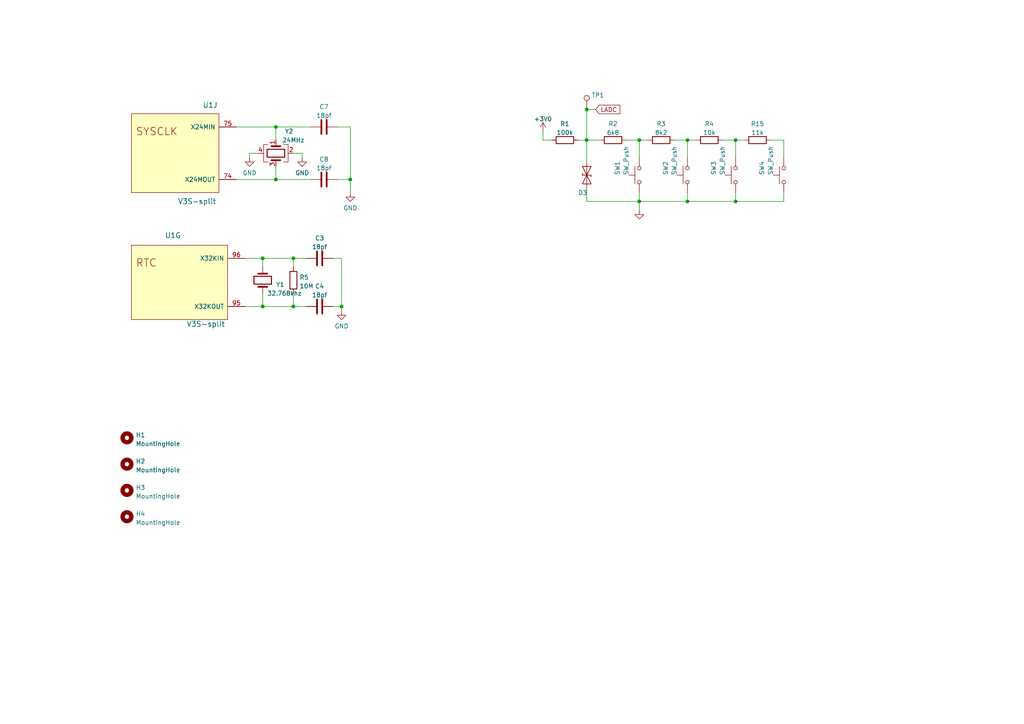
<source format=kicad_sch>
(kicad_sch (version 20211123) (generator eeschema)

  (uuid fa818f3f-fd08-4830-b29e-e0ed7ba4b92c)

  (paper "A4")

  (title_block
    (title "OzzyBoard")
    (date "2023-03-07")
    (rev "0.9")
  )

  (lib_symbols
    (symbol "Allwinner:V3S-split" (pin_names (offset 1.016)) (in_bom yes) (on_board yes)
      (property "Reference" "U1" (id 0) (at 10.16 71.12 0)
        (effects (font (size 1.4986 1.4986)))
      )
      (property "Value" "V3S-split" (id 1) (at 8.89 7.62 0)
        (effects (font (size 1.4986 1.4986)))
      )
      (property "Footprint" "Allwinner:V3s-ELQFP-128" (id 2) (at -2.54 -50.8 0)
        (effects (font (size 1.27 1.27)) hide)
      )
      (property "Datasheet" "" (id 3) (at 37.5513 76.0809 0)
        (effects (font (size 1.27 1.27)) hide)
      )
      (property "ki_locked" "" (id 4) (at 0 0 0)
        (effects (font (size 1.27 1.27)))
      )
      (symbol "V3S-split_1_0"
        (text "Power" (at -16.51 60.96 0)
          (effects (font (size 2.159 2.159)) (justify left bottom))
        )
        (pin power_in line (at 19.05 33.02 180) (length 5.08)
          (name "VCC-IO0" (effects (font (size 1.27 1.27))))
          (number "104" (effects (font (size 1.27 1.27))))
        )
        (pin power_in line (at 19.05 49.53 180) (length 5.08)
          (name "VDD-SYS1" (effects (font (size 1.27 1.27))))
          (number "108" (effects (font (size 1.27 1.27))))
        )
        (pin passive line (at -22.86 31.75 0) (length 5.08)
          (name "AVCC" (effects (font (size 1.27 1.27))))
          (number "115" (effects (font (size 1.27 1.27))))
        )
        (pin passive line (at -22.86 29.21 0) (length 5.08)
          (name "AGND" (effects (font (size 1.27 1.27))))
          (number "116" (effects (font (size 1.27 1.27))))
        )
        (pin power_in line (at 19.05 -5.08 180) (length 5.08)
          (name "VCC-PE0" (effects (font (size 1.27 1.27))))
          (number "12" (effects (font (size 1.27 1.27))))
        )
        (pin power_in line (at 19.05 46.99 180) (length 5.08)
          (name "VDD-SYS2" (effects (font (size 1.27 1.27))))
          (number "126" (effects (font (size 1.27 1.27))))
        )
        (pin power_in line (at 19.05 30.48 180) (length 5.08)
          (name "VCC-IO1" (effects (font (size 1.27 1.27))))
          (number "127" (effects (font (size 1.27 1.27))))
        )
        (pin power_in line (at 19.05 44.45 180) (length 5.08)
          (name "VDD-SYS3" (effects (font (size 1.27 1.27))))
          (number "19" (effects (font (size 1.27 1.27))))
        )
        (pin power_in line (at -22.86 49.53 0) (length 5.08)
          (name "VDD-CPU3" (effects (font (size 1.27 1.27))))
          (number "20" (effects (font (size 1.27 1.27))))
        )
        (pin power_in line (at -22.86 52.07 0) (length 5.08)
          (name "VDD-CPU2" (effects (font (size 1.27 1.27))))
          (number "21" (effects (font (size 1.27 1.27))))
        )
        (pin power_in line (at -22.86 54.61 0) (length 5.08)
          (name "VDD-CPU1" (effects (font (size 1.27 1.27))))
          (number "25" (effects (font (size 1.27 1.27))))
        )
        (pin power_in line (at -22.86 57.15 0) (length 5.08)
          (name "VDD-CPU0" (effects (font (size 1.27 1.27))))
          (number "26" (effects (font (size 1.27 1.27))))
        )
        (pin power_in line (at 19.05 -7.62 180) (length 5.08)
          (name "VCC-PE1" (effects (font (size 1.27 1.27))))
          (number "29" (effects (font (size 1.27 1.27))))
        )
        (pin power_in line (at -22.86 46.99 0) (length 5.08)
          (name "VDD-CPU4" (effects (font (size 1.27 1.27))))
          (number "38" (effects (font (size 1.27 1.27))))
        )
        (pin power_in line (at -22.86 44.45 0) (length 5.08)
          (name "VDD-CPU5" (effects (font (size 1.27 1.27))))
          (number "47" (effects (font (size 1.27 1.27))))
        )
        (pin power_in line (at 19.05 25.4 180) (length 5.08)
          (name "VCC-IO3" (effects (font (size 1.27 1.27))))
          (number "50" (effects (font (size 1.27 1.27))))
        )
        (pin power_in line (at -22.86 41.91 0) (length 5.08)
          (name "VDD-CPU6" (effects (font (size 1.27 1.27))))
          (number "51" (effects (font (size 1.27 1.27))))
        )
        (pin power_in line (at -22.86 39.37 0) (length 5.08)
          (name "VDD-CPU7" (effects (font (size 1.27 1.27))))
          (number "56" (effects (font (size 1.27 1.27))))
        )
        (pin power_in line (at 19.05 27.94 180) (length 5.08)
          (name "VCC-IO2" (effects (font (size 1.27 1.27))))
          (number "57" (effects (font (size 1.27 1.27))))
        )
        (pin power_in line (at 19.05 41.91 180) (length 5.08)
          (name "VDD-SYS4" (effects (font (size 1.27 1.27))))
          (number "58" (effects (font (size 1.27 1.27))))
        )
        (pin power_in line (at -22.86 -30.48 0) (length 5.08)
          (name "VCC-DRAM8" (effects (font (size 1.27 1.27))))
          (number "59" (effects (font (size 1.27 1.27))))
        )
        (pin power_in line (at -22.86 -33.02 0) (length 5.08)
          (name "VCC-DRAM9" (effects (font (size 1.27 1.27))))
          (number "60" (effects (font (size 1.27 1.27))))
        )
        (pin power_in line (at -22.86 -35.56 0) (length 5.08)
          (name "VCC-DRAM10" (effects (font (size 1.27 1.27))))
          (number "61" (effects (font (size 1.27 1.27))))
        )
        (pin power_in line (at -22.86 -38.1 0) (length 5.08)
          (name "VCC-DRAM11" (effects (font (size 1.27 1.27))))
          (number "62" (effects (font (size 1.27 1.27))))
        )
        (pin passive line (at -22.86 20.32 0) (length 5.08)
          (name "SVREF1" (effects (font (size 1.27 1.27))))
          (number "63" (effects (font (size 1.27 1.27))))
        )
        (pin power_in line (at 19.05 39.37 180) (length 5.08)
          (name "VDD-SYS5" (effects (font (size 1.27 1.27))))
          (number "64" (effects (font (size 1.27 1.27))))
        )
        (pin power_in line (at -22.86 -10.16 0) (length 5.08)
          (name "VCC-DRAM0" (effects (font (size 1.27 1.27))))
          (number "65" (effects (font (size 1.27 1.27))))
        )
        (pin power_in line (at -22.86 -12.7 0) (length 5.08)
          (name "VCC-DRAM1" (effects (font (size 1.27 1.27))))
          (number "66" (effects (font (size 1.27 1.27))))
        )
        (pin power_in line (at -22.86 -15.24 0) (length 5.08)
          (name "VCC-DRAM2" (effects (font (size 1.27 1.27))))
          (number "67" (effects (font (size 1.27 1.27))))
        )
        (pin power_in line (at -22.86 -17.78 0) (length 5.08)
          (name "VCC-DRAM3" (effects (font (size 1.27 1.27))))
          (number "68" (effects (font (size 1.27 1.27))))
        )
        (pin power_in line (at -22.86 -20.32 0) (length 5.08)
          (name "VCC-DRAM4" (effects (font (size 1.27 1.27))))
          (number "69" (effects (font (size 1.27 1.27))))
        )
        (pin power_in line (at -22.86 -22.86 0) (length 5.08)
          (name "VCC-DRAM5" (effects (font (size 1.27 1.27))))
          (number "70" (effects (font (size 1.27 1.27))))
        )
        (pin passive line (at -22.86 22.86 0) (length 5.08)
          (name "SVREF0" (effects (font (size 1.27 1.27))))
          (number "71" (effects (font (size 1.27 1.27))))
        )
        (pin power_in line (at -22.86 -25.4 0) (length 5.08)
          (name "VCC-DRAM6" (effects (font (size 1.27 1.27))))
          (number "72" (effects (font (size 1.27 1.27))))
        )
        (pin passive line (at 19.05 -12.7 180) (length 5.08)
          (name "SZQ" (effects (font (size 1.27 1.27))))
          (number "73" (effects (font (size 1.27 1.27))))
        )
        (pin power_in line (at 19.05 3.81 180) (length 5.08)
          (name "VCC-PLL" (effects (font (size 1.27 1.27))))
          (number "76" (effects (font (size 1.27 1.27))))
        )
        (pin power_in line (at -22.86 -27.94 0) (length 5.08)
          (name "VCC-DRAM7" (effects (font (size 1.27 1.27))))
          (number "79" (effects (font (size 1.27 1.27))))
        )
        (pin power_in line (at 19.05 52.07 180) (length 5.08)
          (name "VDD-SYS0" (effects (font (size 1.27 1.27))))
          (number "80" (effects (font (size 1.27 1.27))))
        )
        (pin input line (at 19.05 6.35 180) (length 5.08)
          (name "VCC-MCSI" (effects (font (size 1.27 1.27))))
          (number "85" (effects (font (size 1.27 1.27))))
        )
        (pin passive line (at -22.86 2.54 0) (length 5.08)
          (name "EPHY-VDD" (effects (font (size 1.27 1.27))))
          (number "88" (effects (font (size 1.27 1.27))))
        )
        (pin passive line (at -22.86 5.08 0) (length 5.08)
          (name "EPHY-VCC" (effects (font (size 1.27 1.27))))
          (number "93" (effects (font (size 1.27 1.27))))
        )
        (pin passive line (at 19.05 13.97 180) (length 5.08)
          (name "RTC-VIO" (effects (font (size 1.27 1.27))))
          (number "97" (effects (font (size 1.27 1.27))))
        )
        (pin power_in line (at 19.05 16.51 180) (length 5.08)
          (name "VCC-RTC" (effects (font (size 1.27 1.27))))
          (number "98" (effects (font (size 1.27 1.27))))
        )
        (pin input inverted (at 19.05 62.23 180) (length 5.08)
          (name "RESET" (effects (font (size 1.27 1.27))))
          (number "99" (effects (font (size 1.27 1.27))))
        )
        (pin passive line (at 19.05 -38.1 180) (length 5.08)
          (name "EGND" (effects (font (size 1.27 1.27))))
          (number "GND$1" (effects (font (size 0 0))))
        )
        (pin passive line (at 19.05 -35.56 180) (length 5.08)
          (name "EGND" (effects (font (size 1.27 1.27))))
          (number "GND$2" (effects (font (size 0 0))))
        )
        (pin passive line (at 19.05 -33.02 180) (length 5.08)
          (name "EGND" (effects (font (size 1.27 1.27))))
          (number "GND$3" (effects (font (size 0 0))))
        )
        (pin passive line (at 19.05 -30.48 180) (length 5.08)
          (name "EGND" (effects (font (size 1.27 1.27))))
          (number "GND$4" (effects (font (size 0 0))))
        )
        (pin passive line (at 19.05 -27.94 180) (length 5.08)
          (name "EGND" (effects (font (size 1.27 1.27))))
          (number "GND$5" (effects (font (size 0 0))))
        )
        (pin passive line (at 19.05 -25.4 180) (length 5.08)
          (name "EGND" (effects (font (size 1.27 1.27))))
          (number "GND$6" (effects (font (size 0 0))))
        )
        (pin passive line (at 19.05 -22.86 180) (length 5.08)
          (name "EGND" (effects (font (size 1.27 1.27))))
          (number "GND$7" (effects (font (size 0 0))))
        )
        (pin passive line (at 19.05 -20.32 180) (length 5.08)
          (name "EGND" (effects (font (size 1.27 1.27))))
          (number "GND$8" (effects (font (size 0 0))))
        )
        (pin passive line (at 19.05 -17.78 180) (length 5.08)
          (name "EGND" (effects (font (size 1.27 1.27))))
          (number "GND$9" (effects (font (size 0 0))))
        )
      )
      (symbol "V3S-split_1_1"
        (rectangle (start -17.78 66.04) (end 13.97 -45.72)
          (stroke (width 0.1524) (type default) (color 0 0 0 0))
          (fill (type background))
        )
      )
      (symbol "V3S-split_2_0"
        (text "SDC0/UART0" (at -16.51 59.69 0)
          (effects (font (size 2.159 2.159)) (justify left bottom))
        )
        (pin bidirectional line (at 19.05 33.02 180) (length 5.08)
          (name "PF6" (effects (font (size 1.27 1.27))))
          (number "100" (effects (font (size 1.27 1.27))))
        )
        (pin bidirectional line (at 19.05 55.88 180) (length 5.08)
          (name "PF5/SDC0_D2/JTAG_CK1" (effects (font (size 1.27 1.27))))
          (number "101" (effects (font (size 1.27 1.27))))
        )
        (pin bidirectional line (at 19.05 53.34 180) (length 5.08)
          (name "PF4/SDC0_D3/UART0_RX" (effects (font (size 1.27 1.27))))
          (number "102" (effects (font (size 1.27 1.27))))
        )
        (pin bidirectional line (at 19.05 50.8 180) (length 5.08)
          (name "PF3/SDC0_CMD/JTAG_DO1" (effects (font (size 1.27 1.27))))
          (number "103" (effects (font (size 1.27 1.27))))
        )
        (pin bidirectional line (at 19.05 45.72 180) (length 5.08)
          (name "PF2/SDC0_CLK/UART0_TX" (effects (font (size 1.27 1.27))))
          (number "105" (effects (font (size 1.27 1.27))))
        )
        (pin bidirectional line (at 19.05 40.64 180) (length 5.08)
          (name "PF1/SDC0_D0/JTAG_DI1" (effects (font (size 1.27 1.27))))
          (number "106" (effects (font (size 1.27 1.27))))
        )
        (pin bidirectional line (at 19.05 38.1 180) (length 5.08)
          (name "PF0/SDC0_D1/JTAG_MS1" (effects (font (size 1.27 1.27))))
          (number "107" (effects (font (size 1.27 1.27))))
        )
      )
      (symbol "V3S-split_2_1"
        (rectangle (start -17.78 64.77) (end 13.97 27.94)
          (stroke (width 0.1524) (type default) (color 0 0 0 0))
          (fill (type background))
        )
      )
      (symbol "V3S-split_3_0"
        (text "PG/SDC1" (at -10.16 58.42 0)
          (effects (font (size 2.159 2.159)) (justify left bottom))
        )
        (pin bidirectional line (at 19.05 44.45 180) (length 5.08)
          (name "PG4/SDC1_D2/PG_EINT4" (effects (font (size 1.27 1.27))))
          (number "1" (effects (font (size 1.27 1.27))))
        )
        (pin bidirectional line (at 19.05 41.91 180) (length 5.08)
          (name "PG5/SDC1_D3/PG_EINT5" (effects (font (size 1.27 1.27))))
          (number "128" (effects (font (size 1.27 1.27))))
        )
        (pin bidirectional line (at 19.05 46.99 180) (length 5.08)
          (name "PG3/SDC1_D1/PG_EINT3" (effects (font (size 1.27 1.27))))
          (number "2" (effects (font (size 1.27 1.27))))
        )
        (pin bidirectional line (at 19.05 49.53 180) (length 5.08)
          (name "PG2/SDC1_D0/PG_EINT2" (effects (font (size 1.27 1.27))))
          (number "3" (effects (font (size 1.27 1.27))))
        )
        (pin bidirectional line (at 19.05 52.07 180) (length 5.08)
          (name "PG1/SDC1_CMD/PG_EINT1" (effects (font (size 1.27 1.27))))
          (number "4" (effects (font (size 1.27 1.27))))
        )
        (pin bidirectional line (at 19.05 54.61 180) (length 5.08)
          (name "PG0/SDC1_CLK/PG_EINT0" (effects (font (size 1.27 1.27))))
          (number "5" (effects (font (size 1.27 1.27))))
        )
      )
      (symbol "V3S-split_3_1"
        (rectangle (start -17.78 64.77) (end 13.97 38.1)
          (stroke (width 0.1524) (type default) (color 0 0 0 0))
          (fill (type background))
        )
      )
      (symbol "V3S-split_4_0"
        (text "CODEC" (at -15.24 58.42 0)
          (effects (font (size 2.159 2.159)) (justify left bottom))
        )
        (pin passive line (at 20.32 31.75 180) (length 5.08)
          (name "LRADC0" (effects (font (size 1.27 1.27))))
          (number "112" (effects (font (size 1.27 1.27))))
        )
        (pin passive line (at 20.32 34.29 180) (length 5.08)
          (name "MICIN1P" (effects (font (size 1.27 1.27))))
          (number "113" (effects (font (size 1.27 1.27))))
        )
        (pin passive line (at 20.32 36.83 180) (length 5.08)
          (name "MICIN1N" (effects (font (size 1.27 1.27))))
          (number "114" (effects (font (size 1.27 1.27))))
        )
        (pin power_out line (at 20.32 39.37 180) (length 5.08)
          (name "VRA1" (effects (font (size 1.27 1.27))))
          (number "117" (effects (font (size 1.27 1.27))))
        )
        (pin power_out line (at 20.32 41.91 180) (length 5.08)
          (name "VRA2" (effects (font (size 1.27 1.27))))
          (number "118" (effects (font (size 1.27 1.27))))
        )
        (pin passive line (at 20.32 44.45 180) (length 5.08)
          (name "HBIAS" (effects (font (size 1.27 1.27))))
          (number "119" (effects (font (size 1.27 1.27))))
        )
        (pin passive line (at 20.32 46.99 180) (length 5.08)
          (name "HPOUTR" (effects (font (size 1.27 1.27))))
          (number "120" (effects (font (size 1.27 1.27))))
        )
        (pin passive line (at 20.32 49.53 180) (length 5.08)
          (name "HPOUTL" (effects (font (size 1.27 1.27))))
          (number "121" (effects (font (size 1.27 1.27))))
        )
        (pin power_in line (at 20.32 52.07 180) (length 5.08)
          (name "HPVCCIN" (effects (font (size 1.27 1.27))))
          (number "122" (effects (font (size 1.27 1.27))))
        )
        (pin power_out line (at 20.32 54.61 180) (length 5.08)
          (name "HPVCCBP" (effects (font (size 1.27 1.27))))
          (number "123" (effects (font (size 1.27 1.27))))
        )
        (pin passive line (at 20.32 57.15 180) (length 5.08)
          (name "HPCOMFB" (effects (font (size 1.27 1.27))))
          (number "124" (effects (font (size 1.27 1.27))))
        )
        (pin passive line (at 20.32 59.69 180) (length 5.08)
          (name "HPCOM" (effects (font (size 1.27 1.27))))
          (number "125" (effects (font (size 1.27 1.27))))
        )
      )
      (symbol "V3S-split_4_1"
        (rectangle (start -17.78 64.77) (end 15.24 17.78)
          (stroke (width 0.1524) (type default) (color 0 0 0 0))
          (fill (type background))
        )
      )
      (symbol "V3S-split_5_0"
        (text "LCD/CSI" (at -19.05 58.42 0)
          (effects (font (size 2.159 2.159)) (justify left bottom))
        )
        (pin bidirectional line (at 21.59 -13.97 180) (length 5.08)
          (name "PE20/CSI_FIELD/CSI_MIPI_MCLK" (effects (font (size 1.27 1.27))))
          (number "10" (effects (font (size 1.27 1.27))))
        )
        (pin bidirectional line (at 21.59 50.8 180) (length 5.08)
          (name "PE19/CSI_D15/LCD_D21" (effects (font (size 1.27 1.27))))
          (number "11" (effects (font (size 1.27 1.27))))
        )
        (pin bidirectional line (at 21.59 48.26 180) (length 5.08)
          (name "PE18/CSI_D14/LCD_D20" (effects (font (size 1.27 1.27))))
          (number "13" (effects (font (size 1.27 1.27))))
        )
        (pin bidirectional line (at 21.59 45.72 180) (length 5.08)
          (name "PE17/CSI_D13/LCD_D19" (effects (font (size 1.27 1.27))))
          (number "14" (effects (font (size 1.27 1.27))))
        )
        (pin bidirectional line (at 21.59 43.18 180) (length 5.08)
          (name "PE16/CSI_D12/LCD_D18" (effects (font (size 1.27 1.27))))
          (number "15" (effects (font (size 1.27 1.27))))
        )
        (pin bidirectional line (at 21.59 38.1 180) (length 5.08)
          (name "PE15/CSI_D11/LCD_D15" (effects (font (size 1.27 1.27))))
          (number "16" (effects (font (size 1.27 1.27))))
        )
        (pin bidirectional line (at 21.59 35.56 180) (length 5.08)
          (name "PE14/CSI_D10/LCD_D14" (effects (font (size 1.27 1.27))))
          (number "17" (effects (font (size 1.27 1.27))))
        )
        (pin bidirectional line (at 21.59 33.02 180) (length 5.08)
          (name "PE13/CSI_D9/LCD_D13" (effects (font (size 1.27 1.27))))
          (number "18" (effects (font (size 1.27 1.27))))
        )
        (pin bidirectional line (at 21.59 30.48 180) (length 5.08)
          (name "PE12/CSI_D8/LCD_D12" (effects (font (size 1.27 1.27))))
          (number "22" (effects (font (size 1.27 1.27))))
        )
        (pin bidirectional line (at 21.59 27.94 180) (length 5.08)
          (name "PE11/CSI_D7/LCD_D11" (effects (font (size 1.27 1.27))))
          (number "23" (effects (font (size 1.27 1.27))))
        )
        (pin bidirectional line (at 21.59 25.4 180) (length 5.08)
          (name "PE10/CSI_D6/LCD_D10" (effects (font (size 1.27 1.27))))
          (number "24" (effects (font (size 1.27 1.27))))
        )
        (pin bidirectional line (at 21.59 20.32 180) (length 5.08)
          (name "PE9/CSI_D5/LCD_D7" (effects (font (size 1.27 1.27))))
          (number "27" (effects (font (size 1.27 1.27))))
        )
        (pin bidirectional line (at 21.59 17.78 180) (length 5.08)
          (name "PE8/CSI_D4/LCD_D6" (effects (font (size 1.27 1.27))))
          (number "28" (effects (font (size 1.27 1.27))))
        )
        (pin bidirectional line (at 21.59 15.24 180) (length 5.08)
          (name "PE7/CSI_D3/LCD_D5" (effects (font (size 1.27 1.27))))
          (number "30" (effects (font (size 1.27 1.27))))
        )
        (pin bidirectional line (at 21.59 12.7 180) (length 5.08)
          (name "PE6/CSI_D2/LCD_D4" (effects (font (size 1.27 1.27))))
          (number "31" (effects (font (size 1.27 1.27))))
        )
        (pin bidirectional line (at 21.59 10.16 180) (length 5.08)
          (name "PE5/CSI_D1/LCD_D3" (effects (font (size 1.27 1.27))))
          (number "32" (effects (font (size 1.27 1.27))))
        )
        (pin passive line (at 21.59 7.62 180) (length 5.08)
          (name "PE4/CSI_D0/LCD_D2" (effects (font (size 1.27 1.27))))
          (number "33" (effects (font (size 1.27 1.27))))
        )
        (pin bidirectional line (at 21.59 -2.54 180) (length 5.08)
          (name "PE3/CSI_VSYNC/LCD_VSYNC" (effects (font (size 1.27 1.27))))
          (number "34" (effects (font (size 1.27 1.27))))
        )
        (pin bidirectional line (at 21.59 0 180) (length 5.08)
          (name "PE2/CSI_HSYNC/LCD_HSYNC" (effects (font (size 1.27 1.27))))
          (number "35" (effects (font (size 1.27 1.27))))
        )
        (pin bidirectional line (at 21.59 -5.08 180) (length 5.08)
          (name "PE1/CSI_MCLK/LCD_DE" (effects (font (size 1.27 1.27))))
          (number "36" (effects (font (size 1.27 1.27))))
        )
        (pin bidirectional line (at 21.59 2.54 180) (length 5.08)
          (name "PE0/CSI_PCLK-/LCD_CLK" (effects (font (size 1.27 1.27))))
          (number "37" (effects (font (size 1.27 1.27))))
        )
        (pin bidirectional line (at 21.59 55.88 180) (length 5.08)
          (name "PE24/LCD_D23" (effects (font (size 1.27 1.27))))
          (number "6" (effects (font (size 1.27 1.27))))
        )
        (pin bidirectional line (at 21.59 53.34 180) (length 5.08)
          (name "PE23/LCD_D22" (effects (font (size 1.27 1.27))))
          (number "7" (effects (font (size 1.27 1.27))))
        )
        (pin bidirectional line (at 21.59 -19.05 180) (length 5.08)
          (name "PE22/CSI_SDA/TWI1_SDA/UART1_RX" (effects (font (size 1.27 1.27))))
          (number "8" (effects (font (size 1.27 1.27))))
        )
        (pin bidirectional line (at 21.59 -16.51 180) (length 5.08)
          (name "PE21/CSI_SCK/TWI1_SCK/UART1_TX" (effects (font (size 1.27 1.27))))
          (number "9" (effects (font (size 1.27 1.27))))
        )
      )
      (symbol "V3S-split_5_1"
        (rectangle (start -21.59 64.77) (end 16.51 -24.13)
          (stroke (width 0.1524) (type default) (color 0 0 0 0))
          (fill (type background))
        )
      )
      (symbol "V3S-split_6_0"
        (text "USB" (at -16.51 58.42 0)
          (effects (font (size 2.159 2.159)) (justify left bottom))
        )
        (pin power_in line (at 19.05 53.34 180) (length 5.08)
          (name "VCC-USB" (effects (font (size 1.27 1.27))))
          (number "109" (effects (font (size 1.27 1.27))))
        )
        (pin passive line (at 19.05 55.88 180) (length 5.08)
          (name "USB-DM" (effects (font (size 1.27 1.27))))
          (number "110" (effects (font (size 1.27 1.27))))
        )
        (pin passive line (at 19.05 58.42 180) (length 5.08)
          (name "USB-DP" (effects (font (size 1.27 1.27))))
          (number "111" (effects (font (size 1.27 1.27))))
        )
      )
      (symbol "V3S-split_6_1"
        (rectangle (start -17.78 64.77) (end 13.97 48.26)
          (stroke (width 0.1524) (type default) (color 0 0 0 0))
          (fill (type background))
        )
      )
      (symbol "V3S-split_7_0"
        (text "RTC" (at -12.7 59.69 0)
          (effects (font (size 2.159 2.159)) (justify left bottom))
        )
        (pin passive line (at 19.05 48.26 180) (length 5.08)
          (name "X32KOUT" (effects (font (size 1.27 1.27))))
          (number "95" (effects (font (size 1.27 1.27))))
        )
        (pin passive line (at 19.05 62.23 180) (length 5.08)
          (name "X32KIN" (effects (font (size 1.27 1.27))))
          (number "96" (effects (font (size 1.27 1.27))))
        )
      )
      (symbol "V3S-split_7_1"
        (rectangle (start -13.97 66.04) (end 13.97 44.45)
          (stroke (width 0.1524) (type default) (color 0 0 0 0))
          (fill (type background))
        )
      )
      (symbol "V3S-split_8_0"
        (rectangle (start -17.78 64.77) (end 13.97 41.91)
          (stroke (width 0.1524) (type default) (color 0 0 0 0))
          (fill (type background))
        )
        (text "MIPI" (at -16.51 58.42 0)
          (effects (font (size 2.159 2.159)) (justify left bottom))
        )
        (pin input line (at 19.05 45.72 180) (length 5.08)
          (name "MCSI-D0P" (effects (font (size 1.27 1.27))))
          (number "81" (effects (font (size 1.27 1.27))))
        )
        (pin input line (at 19.05 48.26 180) (length 5.08)
          (name "MCSI-D0N" (effects (font (size 1.27 1.27))))
          (number "82" (effects (font (size 1.27 1.27))))
        )
        (pin input line (at 19.05 50.8 180) (length 5.08)
          (name "MCSI-D1P" (effects (font (size 1.27 1.27))))
          (number "83" (effects (font (size 1.27 1.27))))
        )
        (pin input line (at 19.05 53.34 180) (length 5.08)
          (name "MCSI-D1N" (effects (font (size 1.27 1.27))))
          (number "84" (effects (font (size 1.27 1.27))))
        )
        (pin output line (at 19.05 57.15 180) (length 5.08)
          (name "MCSI-CKP" (effects (font (size 1.27 1.27))))
          (number "86" (effects (font (size 1.27 1.27))))
        )
        (pin output line (at 19.05 59.69 180) (length 5.08)
          (name "MCSI-CKN" (effects (font (size 1.27 1.27))))
          (number "87" (effects (font (size 1.27 1.27))))
        )
      )
      (symbol "V3S-split_9_0"
        (rectangle (start -17.78 64.77) (end 13.97 44.45)
          (stroke (width 0.1524) (type default) (color 0 0 0 0))
          (fill (type background))
        )
        (text "SPI" (at -15.24 58.42 0)
          (effects (font (size 2.159 2.159)) (justify left bottom))
        )
        (pin bidirectional line (at 19.05 48.26 180) (length 5.08)
          (name "PC0/SDC2_CLK/SPI_MISO" (effects (font (size 1.27 1.27))))
          (number "52" (effects (font (size 1.27 1.27))))
        )
        (pin bidirectional line (at 19.05 50.8 180) (length 5.08)
          (name "PC1/SDC2_CMD/SPI_CLK" (effects (font (size 1.27 1.27))))
          (number "53" (effects (font (size 1.27 1.27))))
        )
        (pin bidirectional line (at 19.05 53.34 180) (length 5.08)
          (name "PC2/SDC2_RST/SPI_CS" (effects (font (size 1.27 1.27))))
          (number "54" (effects (font (size 1.27 1.27))))
        )
        (pin bidirectional line (at 19.05 55.88 180) (length 5.08)
          (name "PC3/SDC2_D0/SPI_MOSI" (effects (font (size 1.27 1.27))))
          (number "55" (effects (font (size 1.27 1.27))))
        )
      )
      (symbol "V3S-split_10_0"
        (rectangle (start -12.7 69.85) (end 12.7 46.99)
          (stroke (width 0.1524) (type default) (color 0 0 0 0))
          (fill (type background))
        )
        (text "SYSCLK" (at -11.43 63.5 0)
          (effects (font (size 2.159 2.159)) (justify left bottom))
        )
        (pin passive line (at 17.78 50.8 180) (length 5.08)
          (name "X24MOUT" (effects (font (size 1.27 1.27))))
          (number "74" (effects (font (size 1.27 1.27))))
        )
        (pin passive line (at 17.78 66.04 180) (length 5.08)
          (name "X24MIN" (effects (font (size 1.27 1.27))))
          (number "75" (effects (font (size 1.27 1.27))))
        )
      )
      (symbol "V3S-split_11_0"
        (rectangle (start -22.86 64.77) (end 15.24 10.16)
          (stroke (width 0.1524) (type default) (color 0 0 0 0))
          (fill (type background))
        )
        (text "PWM0/1" (at -21.59 39.37 0)
          (effects (font (size 2.159 2.159)) (justify left bottom))
        )
        (text "TWI0/1" (at -21.59 27.94 0)
          (effects (font (size 2.159 2.159)) (justify left bottom))
        )
        (text "UART2" (at -21.59 57.15 0)
          (effects (font (size 2.159 2.159)) (justify left bottom))
        )
        (pin bidirectional line (at 20.32 46.99 180) (length 5.08)
          (name "PB0/UART2_TX/PB_EINT0" (effects (font (size 1.27 1.27))))
          (number "39" (effects (font (size 1.27 1.27))))
        )
        (pin bidirectional line (at 20.32 49.53 180) (length 5.08)
          (name "PB1/UART2_RX/PB_EINT1" (effects (font (size 1.27 1.27))))
          (number "40" (effects (font (size 1.27 1.27))))
        )
        (pin bidirectional line (at 20.32 52.07 180) (length 5.08)
          (name "PB2/UART2_RTS/PB_EINT2" (effects (font (size 1.27 1.27))))
          (number "41" (effects (font (size 1.27 1.27))))
        )
        (pin bidirectional line (at 20.32 54.61 180) (length 5.08)
          (name "PB3/UART2_CTS/PB_EINT3" (effects (font (size 1.27 1.27))))
          (number "42" (effects (font (size 1.27 1.27))))
        )
        (pin bidirectional line (at 20.32 34.29 180) (length 5.08)
          (name "PB4/PWM0/PB_EINT4" (effects (font (size 1.27 1.27))))
          (number "43" (effects (font (size 1.27 1.27))))
        )
        (pin bidirectional line (at 20.32 36.83 180) (length 5.08)
          (name "PB5/PWM1/PB_EINT5" (effects (font (size 1.27 1.27))))
          (number "44" (effects (font (size 1.27 1.27))))
        )
        (pin bidirectional line (at 20.32 15.24 180) (length 5.08)
          (name "PB6/TWI0_SCK/PB_EINT6" (effects (font (size 1.27 1.27))))
          (number "45" (effects (font (size 1.27 1.27))))
        )
        (pin bidirectional line (at 20.32 17.78 180) (length 5.08)
          (name "PB7/TWI0_SDA/PB_EINT7" (effects (font (size 1.27 1.27))))
          (number "46" (effects (font (size 1.27 1.27))))
        )
        (pin bidirectional line (at 20.32 22.86 180) (length 5.08)
          (name "PB8/TWI1_SCK/UART0_TX/PB_EINT8" (effects (font (size 1.27 1.27))))
          (number "48" (effects (font (size 1.27 1.27))))
        )
        (pin bidirectional line (at 20.32 25.4 180) (length 5.08)
          (name "PB9/TWI1_SDA/UART0_RX/PB_EINT9" (effects (font (size 1.27 1.27))))
          (number "49" (effects (font (size 1.27 1.27))))
        )
      )
      (symbol "V3S-split_12_0"
        (rectangle (start -17.78 64.77) (end 13.97 36.83)
          (stroke (width 0.1524) (type default) (color 0 0 0 0))
          (fill (type background))
        )
        (text "EPHY" (at -15.24 59.69 0)
          (effects (font (size 2.159 2.159)) (justify left bottom))
        )
        (pin passive line (at 19.05 43.18 180) (length 5.08)
          (name "EPHY-LINK-LED" (effects (font (size 1.27 1.27))))
          (number "77" (effects (font (size 1.27 1.27))))
        )
        (pin passive line (at 19.05 45.72 180) (length 5.08)
          (name "EPHY-SPD-LED" (effects (font (size 1.27 1.27))))
          (number "78" (effects (font (size 1.27 1.27))))
        )
        (pin passive line (at 19.05 48.26 180) (length 5.08)
          (name "EPHY-RXN" (effects (font (size 1.27 1.27))))
          (number "89" (effects (font (size 1.27 1.27))))
        )
        (pin passive line (at 19.05 55.88 180) (length 5.08)
          (name "EPHY-RXP" (effects (font (size 1.27 1.27))))
          (number "90" (effects (font (size 1.27 1.27))))
        )
        (pin passive line (at 19.05 58.42 180) (length 5.08)
          (name "EPHY-TXN" (effects (font (size 1.27 1.27))))
          (number "91" (effects (font (size 1.27 1.27))))
        )
        (pin passive line (at 19.05 60.96 180) (length 5.08)
          (name "EPHY-TXP" (effects (font (size 1.27 1.27))))
          (number "92" (effects (font (size 1.27 1.27))))
        )
        (pin passive line (at 19.05 40.64 180) (length 5.08)
          (name "EPHY-RTX" (effects (font (size 1.27 1.27))))
          (number "94" (effects (font (size 1.27 1.27))))
        )
      )
    )
    (symbol "Connector:TestPoint" (pin_numbers hide) (pin_names (offset 0.762) hide) (in_bom yes) (on_board yes)
      (property "Reference" "TP" (id 0) (at 0 6.858 0)
        (effects (font (size 1.27 1.27)))
      )
      (property "Value" "TestPoint" (id 1) (at 0 5.08 0)
        (effects (font (size 1.27 1.27)))
      )
      (property "Footprint" "" (id 2) (at 5.08 0 0)
        (effects (font (size 1.27 1.27)) hide)
      )
      (property "Datasheet" "~" (id 3) (at 5.08 0 0)
        (effects (font (size 1.27 1.27)) hide)
      )
      (property "ki_keywords" "test point tp" (id 4) (at 0 0 0)
        (effects (font (size 1.27 1.27)) hide)
      )
      (property "ki_description" "test point" (id 5) (at 0 0 0)
        (effects (font (size 1.27 1.27)) hide)
      )
      (property "ki_fp_filters" "Pin* Test*" (id 6) (at 0 0 0)
        (effects (font (size 1.27 1.27)) hide)
      )
      (symbol "TestPoint_0_1"
        (circle (center 0 3.302) (radius 0.762)
          (stroke (width 0) (type default) (color 0 0 0 0))
          (fill (type none))
        )
      )
      (symbol "TestPoint_1_1"
        (pin passive line (at 0 0 90) (length 2.54)
          (name "1" (effects (font (size 1.27 1.27))))
          (number "1" (effects (font (size 1.27 1.27))))
        )
      )
    )
    (symbol "Device:C" (pin_numbers hide) (pin_names (offset 0.254)) (in_bom yes) (on_board yes)
      (property "Reference" "C" (id 0) (at 0.635 2.54 0)
        (effects (font (size 1.27 1.27)) (justify left))
      )
      (property "Value" "C" (id 1) (at 0.635 -2.54 0)
        (effects (font (size 1.27 1.27)) (justify left))
      )
      (property "Footprint" "" (id 2) (at 0.9652 -3.81 0)
        (effects (font (size 1.27 1.27)) hide)
      )
      (property "Datasheet" "~" (id 3) (at 0 0 0)
        (effects (font (size 1.27 1.27)) hide)
      )
      (property "ki_keywords" "cap capacitor" (id 4) (at 0 0 0)
        (effects (font (size 1.27 1.27)) hide)
      )
      (property "ki_description" "Unpolarized capacitor" (id 5) (at 0 0 0)
        (effects (font (size 1.27 1.27)) hide)
      )
      (property "ki_fp_filters" "C_*" (id 6) (at 0 0 0)
        (effects (font (size 1.27 1.27)) hide)
      )
      (symbol "C_0_1"
        (polyline
          (pts
            (xy -2.032 -0.762)
            (xy 2.032 -0.762)
          )
          (stroke (width 0.508) (type default) (color 0 0 0 0))
          (fill (type none))
        )
        (polyline
          (pts
            (xy -2.032 0.762)
            (xy 2.032 0.762)
          )
          (stroke (width 0.508) (type default) (color 0 0 0 0))
          (fill (type none))
        )
      )
      (symbol "C_1_1"
        (pin passive line (at 0 3.81 270) (length 2.794)
          (name "~" (effects (font (size 1.27 1.27))))
          (number "1" (effects (font (size 1.27 1.27))))
        )
        (pin passive line (at 0 -3.81 90) (length 2.794)
          (name "~" (effects (font (size 1.27 1.27))))
          (number "2" (effects (font (size 1.27 1.27))))
        )
      )
    )
    (symbol "Device:Crystal" (pin_numbers hide) (pin_names (offset 1.016) hide) (in_bom yes) (on_board yes)
      (property "Reference" "Y" (id 0) (at 0 3.81 0)
        (effects (font (size 1.27 1.27)))
      )
      (property "Value" "Crystal" (id 1) (at 0 -3.81 0)
        (effects (font (size 1.27 1.27)))
      )
      (property "Footprint" "" (id 2) (at 0 0 0)
        (effects (font (size 1.27 1.27)) hide)
      )
      (property "Datasheet" "~" (id 3) (at 0 0 0)
        (effects (font (size 1.27 1.27)) hide)
      )
      (property "ki_keywords" "quartz ceramic resonator oscillator" (id 4) (at 0 0 0)
        (effects (font (size 1.27 1.27)) hide)
      )
      (property "ki_description" "Two pin crystal" (id 5) (at 0 0 0)
        (effects (font (size 1.27 1.27)) hide)
      )
      (property "ki_fp_filters" "Crystal*" (id 6) (at 0 0 0)
        (effects (font (size 1.27 1.27)) hide)
      )
      (symbol "Crystal_0_1"
        (rectangle (start -1.143 2.54) (end 1.143 -2.54)
          (stroke (width 0.3048) (type default) (color 0 0 0 0))
          (fill (type none))
        )
        (polyline
          (pts
            (xy -2.54 0)
            (xy -1.905 0)
          )
          (stroke (width 0) (type default) (color 0 0 0 0))
          (fill (type none))
        )
        (polyline
          (pts
            (xy -1.905 -1.27)
            (xy -1.905 1.27)
          )
          (stroke (width 0.508) (type default) (color 0 0 0 0))
          (fill (type none))
        )
        (polyline
          (pts
            (xy 1.905 -1.27)
            (xy 1.905 1.27)
          )
          (stroke (width 0.508) (type default) (color 0 0 0 0))
          (fill (type none))
        )
        (polyline
          (pts
            (xy 2.54 0)
            (xy 1.905 0)
          )
          (stroke (width 0) (type default) (color 0 0 0 0))
          (fill (type none))
        )
      )
      (symbol "Crystal_1_1"
        (pin passive line (at -3.81 0 0) (length 1.27)
          (name "1" (effects (font (size 1.27 1.27))))
          (number "1" (effects (font (size 1.27 1.27))))
        )
        (pin passive line (at 3.81 0 180) (length 1.27)
          (name "2" (effects (font (size 1.27 1.27))))
          (number "2" (effects (font (size 1.27 1.27))))
        )
      )
    )
    (symbol "Device:Crystal_GND24" (pin_names (offset 1.016) hide) (in_bom yes) (on_board yes)
      (property "Reference" "Y" (id 0) (at 3.175 5.08 0)
        (effects (font (size 1.27 1.27)) (justify left))
      )
      (property "Value" "Crystal_GND24" (id 1) (at 3.175 3.175 0)
        (effects (font (size 1.27 1.27)) (justify left))
      )
      (property "Footprint" "" (id 2) (at 0 0 0)
        (effects (font (size 1.27 1.27)) hide)
      )
      (property "Datasheet" "~" (id 3) (at 0 0 0)
        (effects (font (size 1.27 1.27)) hide)
      )
      (property "ki_keywords" "quartz ceramic resonator oscillator" (id 4) (at 0 0 0)
        (effects (font (size 1.27 1.27)) hide)
      )
      (property "ki_description" "Four pin crystal, GND on pins 2 and 4" (id 5) (at 0 0 0)
        (effects (font (size 1.27 1.27)) hide)
      )
      (property "ki_fp_filters" "Crystal*" (id 6) (at 0 0 0)
        (effects (font (size 1.27 1.27)) hide)
      )
      (symbol "Crystal_GND24_0_1"
        (rectangle (start -1.143 2.54) (end 1.143 -2.54)
          (stroke (width 0.3048) (type default) (color 0 0 0 0))
          (fill (type none))
        )
        (polyline
          (pts
            (xy -2.54 0)
            (xy -2.032 0)
          )
          (stroke (width 0) (type default) (color 0 0 0 0))
          (fill (type none))
        )
        (polyline
          (pts
            (xy -2.032 -1.27)
            (xy -2.032 1.27)
          )
          (stroke (width 0.508) (type default) (color 0 0 0 0))
          (fill (type none))
        )
        (polyline
          (pts
            (xy 0 -3.81)
            (xy 0 -3.556)
          )
          (stroke (width 0) (type default) (color 0 0 0 0))
          (fill (type none))
        )
        (polyline
          (pts
            (xy 0 3.556)
            (xy 0 3.81)
          )
          (stroke (width 0) (type default) (color 0 0 0 0))
          (fill (type none))
        )
        (polyline
          (pts
            (xy 2.032 -1.27)
            (xy 2.032 1.27)
          )
          (stroke (width 0.508) (type default) (color 0 0 0 0))
          (fill (type none))
        )
        (polyline
          (pts
            (xy 2.032 0)
            (xy 2.54 0)
          )
          (stroke (width 0) (type default) (color 0 0 0 0))
          (fill (type none))
        )
        (polyline
          (pts
            (xy -2.54 -2.286)
            (xy -2.54 -3.556)
            (xy 2.54 -3.556)
            (xy 2.54 -2.286)
          )
          (stroke (width 0) (type default) (color 0 0 0 0))
          (fill (type none))
        )
        (polyline
          (pts
            (xy -2.54 2.286)
            (xy -2.54 3.556)
            (xy 2.54 3.556)
            (xy 2.54 2.286)
          )
          (stroke (width 0) (type default) (color 0 0 0 0))
          (fill (type none))
        )
      )
      (symbol "Crystal_GND24_1_1"
        (pin passive line (at -3.81 0 0) (length 1.27)
          (name "1" (effects (font (size 1.27 1.27))))
          (number "1" (effects (font (size 1.27 1.27))))
        )
        (pin passive line (at 0 5.08 270) (length 1.27)
          (name "2" (effects (font (size 1.27 1.27))))
          (number "2" (effects (font (size 1.27 1.27))))
        )
        (pin passive line (at 3.81 0 180) (length 1.27)
          (name "3" (effects (font (size 1.27 1.27))))
          (number "3" (effects (font (size 1.27 1.27))))
        )
        (pin passive line (at 0 -5.08 90) (length 1.27)
          (name "4" (effects (font (size 1.27 1.27))))
          (number "4" (effects (font (size 1.27 1.27))))
        )
      )
    )
    (symbol "Device:R" (pin_numbers hide) (pin_names (offset 0)) (in_bom yes) (on_board yes)
      (property "Reference" "R" (id 0) (at 2.032 0 90)
        (effects (font (size 1.27 1.27)))
      )
      (property "Value" "R" (id 1) (at 0 0 90)
        (effects (font (size 1.27 1.27)))
      )
      (property "Footprint" "" (id 2) (at -1.778 0 90)
        (effects (font (size 1.27 1.27)) hide)
      )
      (property "Datasheet" "~" (id 3) (at 0 0 0)
        (effects (font (size 1.27 1.27)) hide)
      )
      (property "ki_keywords" "R res resistor" (id 4) (at 0 0 0)
        (effects (font (size 1.27 1.27)) hide)
      )
      (property "ki_description" "Resistor" (id 5) (at 0 0 0)
        (effects (font (size 1.27 1.27)) hide)
      )
      (property "ki_fp_filters" "R_*" (id 6) (at 0 0 0)
        (effects (font (size 1.27 1.27)) hide)
      )
      (symbol "R_0_1"
        (rectangle (start -1.016 -2.54) (end 1.016 2.54)
          (stroke (width 0.254) (type default) (color 0 0 0 0))
          (fill (type none))
        )
      )
      (symbol "R_1_1"
        (pin passive line (at 0 3.81 270) (length 1.27)
          (name "~" (effects (font (size 1.27 1.27))))
          (number "1" (effects (font (size 1.27 1.27))))
        )
        (pin passive line (at 0 -3.81 90) (length 1.27)
          (name "~" (effects (font (size 1.27 1.27))))
          (number "2" (effects (font (size 1.27 1.27))))
        )
      )
    )
    (symbol "Diode:ESD9B3.3ST5G" (pin_numbers hide) (pin_names (offset 1.016) hide) (in_bom yes) (on_board yes)
      (property "Reference" "D" (id 0) (at 0 2.54 0)
        (effects (font (size 1.27 1.27)))
      )
      (property "Value" "ESD9B3.3ST5G" (id 1) (at 0 -2.54 0)
        (effects (font (size 1.27 1.27)))
      )
      (property "Footprint" "Diode_SMD:D_SOD-923" (id 2) (at 0 0 0)
        (effects (font (size 1.27 1.27)) hide)
      )
      (property "Datasheet" "https://www.onsemi.com/pub/Collateral/ESD9B-D.PDF" (id 3) (at 0 0 0)
        (effects (font (size 1.27 1.27)) hide)
      )
      (property "ki_keywords" "diode TVS ESD" (id 4) (at 0 0 0)
        (effects (font (size 1.27 1.27)) hide)
      )
      (property "ki_description" "ESD protection diode, 3.3Vrwm, SOD-923" (id 5) (at 0 0 0)
        (effects (font (size 1.27 1.27)) hide)
      )
      (property "ki_fp_filters" "D*SOD?923*" (id 6) (at 0 0 0)
        (effects (font (size 1.27 1.27)) hide)
      )
      (symbol "ESD9B3.3ST5G_0_1"
        (polyline
          (pts
            (xy 1.27 0)
            (xy -1.27 0)
          )
          (stroke (width 0) (type default) (color 0 0 0 0))
          (fill (type none))
        )
        (polyline
          (pts
            (xy -2.54 -1.27)
            (xy 0 0)
            (xy -2.54 1.27)
            (xy -2.54 -1.27)
          )
          (stroke (width 0.2032) (type default) (color 0 0 0 0))
          (fill (type none))
        )
        (polyline
          (pts
            (xy 0.508 1.27)
            (xy 0 1.27)
            (xy 0 -1.27)
            (xy -0.508 -1.27)
          )
          (stroke (width 0.2032) (type default) (color 0 0 0 0))
          (fill (type none))
        )
        (polyline
          (pts
            (xy 2.54 1.27)
            (xy 2.54 -1.27)
            (xy 0 0)
            (xy 2.54 1.27)
          )
          (stroke (width 0.2032) (type default) (color 0 0 0 0))
          (fill (type none))
        )
      )
      (symbol "ESD9B3.3ST5G_1_1"
        (pin passive line (at -3.81 0 0) (length 2.54)
          (name "A1" (effects (font (size 1.27 1.27))))
          (number "1" (effects (font (size 1.27 1.27))))
        )
        (pin passive line (at 3.81 0 180) (length 2.54)
          (name "A2" (effects (font (size 1.27 1.27))))
          (number "2" (effects (font (size 1.27 1.27))))
        )
      )
    )
    (symbol "Mechanical:MountingHole" (pin_names (offset 1.016)) (in_bom yes) (on_board yes)
      (property "Reference" "H" (id 0) (at 0 5.08 0)
        (effects (font (size 1.27 1.27)))
      )
      (property "Value" "MountingHole" (id 1) (at 0 3.175 0)
        (effects (font (size 1.27 1.27)))
      )
      (property "Footprint" "" (id 2) (at 0 0 0)
        (effects (font (size 1.27 1.27)) hide)
      )
      (property "Datasheet" "~" (id 3) (at 0 0 0)
        (effects (font (size 1.27 1.27)) hide)
      )
      (property "ki_keywords" "mounting hole" (id 4) (at 0 0 0)
        (effects (font (size 1.27 1.27)) hide)
      )
      (property "ki_description" "Mounting Hole without connection" (id 5) (at 0 0 0)
        (effects (font (size 1.27 1.27)) hide)
      )
      (property "ki_fp_filters" "MountingHole*" (id 6) (at 0 0 0)
        (effects (font (size 1.27 1.27)) hide)
      )
      (symbol "MountingHole_0_1"
        (circle (center 0 0) (radius 1.27)
          (stroke (width 1.27) (type default) (color 0 0 0 0))
          (fill (type none))
        )
      )
    )
    (symbol "Switch:SW_Push" (pin_numbers hide) (pin_names (offset 1.016) hide) (in_bom yes) (on_board yes)
      (property "Reference" "SW" (id 0) (at 1.27 2.54 0)
        (effects (font (size 1.27 1.27)) (justify left))
      )
      (property "Value" "SW_Push" (id 1) (at 0 -1.524 0)
        (effects (font (size 1.27 1.27)))
      )
      (property "Footprint" "" (id 2) (at 0 5.08 0)
        (effects (font (size 1.27 1.27)) hide)
      )
      (property "Datasheet" "~" (id 3) (at 0 5.08 0)
        (effects (font (size 1.27 1.27)) hide)
      )
      (property "ki_keywords" "switch normally-open pushbutton push-button" (id 4) (at 0 0 0)
        (effects (font (size 1.27 1.27)) hide)
      )
      (property "ki_description" "Push button switch, generic, two pins" (id 5) (at 0 0 0)
        (effects (font (size 1.27 1.27)) hide)
      )
      (symbol "SW_Push_0_1"
        (circle (center -2.032 0) (radius 0.508)
          (stroke (width 0) (type default) (color 0 0 0 0))
          (fill (type none))
        )
        (polyline
          (pts
            (xy 0 1.27)
            (xy 0 3.048)
          )
          (stroke (width 0) (type default) (color 0 0 0 0))
          (fill (type none))
        )
        (polyline
          (pts
            (xy 2.54 1.27)
            (xy -2.54 1.27)
          )
          (stroke (width 0) (type default) (color 0 0 0 0))
          (fill (type none))
        )
        (circle (center 2.032 0) (radius 0.508)
          (stroke (width 0) (type default) (color 0 0 0 0))
          (fill (type none))
        )
        (pin passive line (at -5.08 0 0) (length 2.54)
          (name "1" (effects (font (size 1.27 1.27))))
          (number "1" (effects (font (size 1.27 1.27))))
        )
        (pin passive line (at 5.08 0 180) (length 2.54)
          (name "2" (effects (font (size 1.27 1.27))))
          (number "2" (effects (font (size 1.27 1.27))))
        )
      )
    )
    (symbol "V3S-split_1" (pin_names (offset 1.016)) (in_bom yes) (on_board yes)
      (property "Reference" "U1" (id 0) (at 10.16 71.12 0)
        (effects (font (size 1.4986 1.4986)))
      )
      (property "Value" "V3S-split_1" (id 1) (at 7.62 45.72 0)
        (effects (font (size 1.4986 1.4986)))
      )
      (property "Footprint" "Allwinner:V3s-ELQFP-128" (id 2) (at -2.54 -50.8 0)
        (effects (font (size 1.27 1.27)) hide)
      )
      (property "Datasheet" "" (id 3) (at 37.5513 76.0809 0)
        (effects (font (size 1.27 1.27)) hide)
      )
      (property "ki_locked" "" (id 4) (at 0 0 0)
        (effects (font (size 1.27 1.27)))
      )
      (symbol "V3S-split_1_1_0"
        (text "Power" (at -16.51 60.96 0)
          (effects (font (size 2.159 2.159)) (justify left bottom))
        )
        (pin power_in line (at 19.05 33.02 180) (length 5.08)
          (name "VCC-IO0" (effects (font (size 1.27 1.27))))
          (number "104" (effects (font (size 1.27 1.27))))
        )
        (pin power_in line (at 19.05 49.53 180) (length 5.08)
          (name "VDD-SYS1" (effects (font (size 1.27 1.27))))
          (number "108" (effects (font (size 1.27 1.27))))
        )
        (pin passive line (at -22.86 31.75 0) (length 5.08)
          (name "AVCC" (effects (font (size 1.27 1.27))))
          (number "115" (effects (font (size 1.27 1.27))))
        )
        (pin passive line (at -22.86 29.21 0) (length 5.08)
          (name "AGND" (effects (font (size 1.27 1.27))))
          (number "116" (effects (font (size 1.27 1.27))))
        )
        (pin power_in line (at 19.05 -5.08 180) (length 5.08)
          (name "VCC-PE0" (effects (font (size 1.27 1.27))))
          (number "12" (effects (font (size 1.27 1.27))))
        )
        (pin power_in line (at 19.05 46.99 180) (length 5.08)
          (name "VDD-SYS2" (effects (font (size 1.27 1.27))))
          (number "126" (effects (font (size 1.27 1.27))))
        )
        (pin power_in line (at 19.05 30.48 180) (length 5.08)
          (name "VCC-IO1" (effects (font (size 1.27 1.27))))
          (number "127" (effects (font (size 1.27 1.27))))
        )
        (pin power_in line (at 19.05 44.45 180) (length 5.08)
          (name "VDD-SYS3" (effects (font (size 1.27 1.27))))
          (number "19" (effects (font (size 1.27 1.27))))
        )
        (pin power_in line (at -22.86 49.53 0) (length 5.08)
          (name "VDD-CPU3" (effects (font (size 1.27 1.27))))
          (number "20" (effects (font (size 1.27 1.27))))
        )
        (pin power_in line (at -22.86 52.07 0) (length 5.08)
          (name "VDD-CPU2" (effects (font (size 1.27 1.27))))
          (number "21" (effects (font (size 1.27 1.27))))
        )
        (pin power_in line (at -22.86 54.61 0) (length 5.08)
          (name "VDD-CPU1" (effects (font (size 1.27 1.27))))
          (number "25" (effects (font (size 1.27 1.27))))
        )
        (pin power_in line (at -22.86 57.15 0) (length 5.08)
          (name "VDD-CPU0" (effects (font (size 1.27 1.27))))
          (number "26" (effects (font (size 1.27 1.27))))
        )
        (pin power_in line (at 19.05 -7.62 180) (length 5.08)
          (name "VCC-PE1" (effects (font (size 1.27 1.27))))
          (number "29" (effects (font (size 1.27 1.27))))
        )
        (pin power_in line (at -22.86 46.99 0) (length 5.08)
          (name "VDD-CPU4" (effects (font (size 1.27 1.27))))
          (number "38" (effects (font (size 1.27 1.27))))
        )
        (pin power_in line (at -22.86 44.45 0) (length 5.08)
          (name "VDD-CPU5" (effects (font (size 1.27 1.27))))
          (number "47" (effects (font (size 1.27 1.27))))
        )
        (pin power_in line (at 19.05 25.4 180) (length 5.08)
          (name "VCC-IO3" (effects (font (size 1.27 1.27))))
          (number "50" (effects (font (size 1.27 1.27))))
        )
        (pin power_in line (at -22.86 41.91 0) (length 5.08)
          (name "VDD-CPU6" (effects (font (size 1.27 1.27))))
          (number "51" (effects (font (size 1.27 1.27))))
        )
        (pin power_in line (at -22.86 39.37 0) (length 5.08)
          (name "VDD-CPU7" (effects (font (size 1.27 1.27))))
          (number "56" (effects (font (size 1.27 1.27))))
        )
        (pin power_in line (at 19.05 27.94 180) (length 5.08)
          (name "VCC-IO2" (effects (font (size 1.27 1.27))))
          (number "57" (effects (font (size 1.27 1.27))))
        )
        (pin power_in line (at 19.05 41.91 180) (length 5.08)
          (name "VDD-SYS4" (effects (font (size 1.27 1.27))))
          (number "58" (effects (font (size 1.27 1.27))))
        )
        (pin power_in line (at -22.86 -30.48 0) (length 5.08)
          (name "VCC-DRAM8" (effects (font (size 1.27 1.27))))
          (number "59" (effects (font (size 1.27 1.27))))
        )
        (pin power_in line (at -22.86 -33.02 0) (length 5.08)
          (name "VCC-DRAM9" (effects (font (size 1.27 1.27))))
          (number "60" (effects (font (size 1.27 1.27))))
        )
        (pin power_in line (at -22.86 -35.56 0) (length 5.08)
          (name "VCC-DRAM10" (effects (font (size 1.27 1.27))))
          (number "61" (effects (font (size 1.27 1.27))))
        )
        (pin power_in line (at -22.86 -38.1 0) (length 5.08)
          (name "VCC-DRAM11" (effects (font (size 1.27 1.27))))
          (number "62" (effects (font (size 1.27 1.27))))
        )
        (pin passive line (at -22.86 20.32 0) (length 5.08)
          (name "SVREF1" (effects (font (size 1.27 1.27))))
          (number "63" (effects (font (size 1.27 1.27))))
        )
        (pin power_in line (at 19.05 39.37 180) (length 5.08)
          (name "VDD-SYS5" (effects (font (size 1.27 1.27))))
          (number "64" (effects (font (size 1.27 1.27))))
        )
        (pin power_in line (at -22.86 -10.16 0) (length 5.08)
          (name "VCC-DRAM0" (effects (font (size 1.27 1.27))))
          (number "65" (effects (font (size 1.27 1.27))))
        )
        (pin power_in line (at -22.86 -12.7 0) (length 5.08)
          (name "VCC-DRAM1" (effects (font (size 1.27 1.27))))
          (number "66" (effects (font (size 1.27 1.27))))
        )
        (pin power_in line (at -22.86 -15.24 0) (length 5.08)
          (name "VCC-DRAM2" (effects (font (size 1.27 1.27))))
          (number "67" (effects (font (size 1.27 1.27))))
        )
        (pin power_in line (at -22.86 -17.78 0) (length 5.08)
          (name "VCC-DRAM3" (effects (font (size 1.27 1.27))))
          (number "68" (effects (font (size 1.27 1.27))))
        )
        (pin power_in line (at -22.86 -20.32 0) (length 5.08)
          (name "VCC-DRAM4" (effects (font (size 1.27 1.27))))
          (number "69" (effects (font (size 1.27 1.27))))
        )
        (pin power_in line (at -22.86 -22.86 0) (length 5.08)
          (name "VCC-DRAM5" (effects (font (size 1.27 1.27))))
          (number "70" (effects (font (size 1.27 1.27))))
        )
        (pin passive line (at -22.86 22.86 0) (length 5.08)
          (name "SVREF0" (effects (font (size 1.27 1.27))))
          (number "71" (effects (font (size 1.27 1.27))))
        )
        (pin power_in line (at -22.86 -25.4 0) (length 5.08)
          (name "VCC-DRAM6" (effects (font (size 1.27 1.27))))
          (number "72" (effects (font (size 1.27 1.27))))
        )
        (pin passive line (at 19.05 -12.7 180) (length 5.08)
          (name "SZQ" (effects (font (size 1.27 1.27))))
          (number "73" (effects (font (size 1.27 1.27))))
        )
        (pin power_in line (at 19.05 3.81 180) (length 5.08)
          (name "VCC-PLL" (effects (font (size 1.27 1.27))))
          (number "76" (effects (font (size 1.27 1.27))))
        )
        (pin power_in line (at -22.86 -27.94 0) (length 5.08)
          (name "VCC-DRAM7" (effects (font (size 1.27 1.27))))
          (number "79" (effects (font (size 1.27 1.27))))
        )
        (pin power_in line (at 19.05 52.07 180) (length 5.08)
          (name "VDD-SYS0" (effects (font (size 1.27 1.27))))
          (number "80" (effects (font (size 1.27 1.27))))
        )
        (pin input line (at 19.05 6.35 180) (length 5.08)
          (name "VCC-MCSI" (effects (font (size 1.27 1.27))))
          (number "85" (effects (font (size 1.27 1.27))))
        )
        (pin passive line (at -22.86 2.54 0) (length 5.08)
          (name "EPHY-VDD" (effects (font (size 1.27 1.27))))
          (number "88" (effects (font (size 1.27 1.27))))
        )
        (pin passive line (at -22.86 5.08 0) (length 5.08)
          (name "EPHY-VCC" (effects (font (size 1.27 1.27))))
          (number "93" (effects (font (size 1.27 1.27))))
        )
        (pin passive line (at 19.05 13.97 180) (length 5.08)
          (name "RTC-VIO" (effects (font (size 1.27 1.27))))
          (number "97" (effects (font (size 1.27 1.27))))
        )
        (pin power_in line (at 19.05 16.51 180) (length 5.08)
          (name "VCC-RTC" (effects (font (size 1.27 1.27))))
          (number "98" (effects (font (size 1.27 1.27))))
        )
        (pin input inverted (at 19.05 62.23 180) (length 5.08)
          (name "RESET" (effects (font (size 1.27 1.27))))
          (number "99" (effects (font (size 1.27 1.27))))
        )
        (pin passive line (at 19.05 -38.1 180) (length 5.08)
          (name "EGND" (effects (font (size 1.27 1.27))))
          (number "GND$1" (effects (font (size 0 0))))
        )
        (pin passive line (at 19.05 -35.56 180) (length 5.08)
          (name "EGND" (effects (font (size 1.27 1.27))))
          (number "GND$2" (effects (font (size 0 0))))
        )
        (pin passive line (at 19.05 -33.02 180) (length 5.08)
          (name "EGND" (effects (font (size 1.27 1.27))))
          (number "GND$3" (effects (font (size 0 0))))
        )
        (pin passive line (at 19.05 -30.48 180) (length 5.08)
          (name "EGND" (effects (font (size 1.27 1.27))))
          (number "GND$4" (effects (font (size 0 0))))
        )
        (pin passive line (at 19.05 -27.94 180) (length 5.08)
          (name "EGND" (effects (font (size 1.27 1.27))))
          (number "GND$5" (effects (font (size 0 0))))
        )
        (pin passive line (at 19.05 -25.4 180) (length 5.08)
          (name "EGND" (effects (font (size 1.27 1.27))))
          (number "GND$6" (effects (font (size 0 0))))
        )
        (pin passive line (at 19.05 -22.86 180) (length 5.08)
          (name "EGND" (effects (font (size 1.27 1.27))))
          (number "GND$7" (effects (font (size 0 0))))
        )
        (pin passive line (at 19.05 -20.32 180) (length 5.08)
          (name "EGND" (effects (font (size 1.27 1.27))))
          (number "GND$8" (effects (font (size 0 0))))
        )
        (pin passive line (at 19.05 -17.78 180) (length 5.08)
          (name "EGND" (effects (font (size 1.27 1.27))))
          (number "GND$9" (effects (font (size 0 0))))
        )
      )
      (symbol "V3S-split_1_1_1"
        (rectangle (start -17.78 66.04) (end 13.97 -45.72)
          (stroke (width 0.1524) (type default) (color 0 0 0 0))
          (fill (type background))
        )
      )
      (symbol "V3S-split_1_2_0"
        (text "SDC0/UART0" (at -16.51 59.69 0)
          (effects (font (size 2.159 2.159)) (justify left bottom))
        )
        (pin bidirectional line (at 19.05 33.02 180) (length 5.08)
          (name "PF6" (effects (font (size 1.27 1.27))))
          (number "100" (effects (font (size 1.27 1.27))))
        )
        (pin bidirectional line (at 19.05 55.88 180) (length 5.08)
          (name "PF5/SDC0_D2/JTAG_CK1" (effects (font (size 1.27 1.27))))
          (number "101" (effects (font (size 1.27 1.27))))
        )
        (pin bidirectional line (at 19.05 53.34 180) (length 5.08)
          (name "PF4/SDC0_D3/UART0_RX" (effects (font (size 1.27 1.27))))
          (number "102" (effects (font (size 1.27 1.27))))
        )
        (pin bidirectional line (at 19.05 50.8 180) (length 5.08)
          (name "PF3/SDC0_CMD/JTAG_DO1" (effects (font (size 1.27 1.27))))
          (number "103" (effects (font (size 1.27 1.27))))
        )
        (pin bidirectional line (at 19.05 45.72 180) (length 5.08)
          (name "PF2/SDC0_CLK/UART0_TX" (effects (font (size 1.27 1.27))))
          (number "105" (effects (font (size 1.27 1.27))))
        )
        (pin bidirectional line (at 19.05 40.64 180) (length 5.08)
          (name "PF1/SDC0_D0/JTAG_DI1" (effects (font (size 1.27 1.27))))
          (number "106" (effects (font (size 1.27 1.27))))
        )
        (pin bidirectional line (at 19.05 38.1 180) (length 5.08)
          (name "PF0/SDC0_D1/JTAG_MS1" (effects (font (size 1.27 1.27))))
          (number "107" (effects (font (size 1.27 1.27))))
        )
      )
      (symbol "V3S-split_1_2_1"
        (rectangle (start -17.78 64.77) (end 13.97 27.94)
          (stroke (width 0.1524) (type default) (color 0 0 0 0))
          (fill (type background))
        )
      )
      (symbol "V3S-split_1_3_0"
        (text "PG/SDC1" (at -10.16 58.42 0)
          (effects (font (size 2.159 2.159)) (justify left bottom))
        )
        (pin bidirectional line (at 19.05 44.45 180) (length 5.08)
          (name "PG4/SDC1_D2/PG_EINT4" (effects (font (size 1.27 1.27))))
          (number "1" (effects (font (size 1.27 1.27))))
        )
        (pin bidirectional line (at 19.05 41.91 180) (length 5.08)
          (name "PG5/SDC1_D3/PG_EINT5" (effects (font (size 1.27 1.27))))
          (number "128" (effects (font (size 1.27 1.27))))
        )
        (pin bidirectional line (at 19.05 46.99 180) (length 5.08)
          (name "PG3/SDC1_D1/PG_EINT3" (effects (font (size 1.27 1.27))))
          (number "2" (effects (font (size 1.27 1.27))))
        )
        (pin bidirectional line (at 19.05 49.53 180) (length 5.08)
          (name "PG2/SDC1_D0/PG_EINT2" (effects (font (size 1.27 1.27))))
          (number "3" (effects (font (size 1.27 1.27))))
        )
        (pin bidirectional line (at 19.05 52.07 180) (length 5.08)
          (name "PG1/SDC1_CMD/PG_EINT1" (effects (font (size 1.27 1.27))))
          (number "4" (effects (font (size 1.27 1.27))))
        )
        (pin bidirectional line (at 19.05 54.61 180) (length 5.08)
          (name "PG0/SDC1_CLK/PG_EINT0" (effects (font (size 1.27 1.27))))
          (number "5" (effects (font (size 1.27 1.27))))
        )
      )
      (symbol "V3S-split_1_3_1"
        (rectangle (start -17.78 64.77) (end 13.97 38.1)
          (stroke (width 0.1524) (type default) (color 0 0 0 0))
          (fill (type background))
        )
      )
      (symbol "V3S-split_1_4_0"
        (text "CODEC" (at -15.24 58.42 0)
          (effects (font (size 2.159 2.159)) (justify left bottom))
        )
        (pin passive line (at 20.32 31.75 180) (length 5.08)
          (name "LRADC0" (effects (font (size 1.27 1.27))))
          (number "112" (effects (font (size 1.27 1.27))))
        )
        (pin passive line (at 20.32 34.29 180) (length 5.08)
          (name "MICIN1P" (effects (font (size 1.27 1.27))))
          (number "113" (effects (font (size 1.27 1.27))))
        )
        (pin passive line (at 20.32 36.83 180) (length 5.08)
          (name "MICIN1N" (effects (font (size 1.27 1.27))))
          (number "114" (effects (font (size 1.27 1.27))))
        )
        (pin power_out line (at 20.32 39.37 180) (length 5.08)
          (name "VRA1" (effects (font (size 1.27 1.27))))
          (number "117" (effects (font (size 1.27 1.27))))
        )
        (pin power_out line (at 20.32 41.91 180) (length 5.08)
          (name "VRA2" (effects (font (size 1.27 1.27))))
          (number "118" (effects (font (size 1.27 1.27))))
        )
        (pin passive line (at 20.32 44.45 180) (length 5.08)
          (name "HBIAS" (effects (font (size 1.27 1.27))))
          (number "119" (effects (font (size 1.27 1.27))))
        )
        (pin passive line (at 20.32 46.99 180) (length 5.08)
          (name "HPOUTR" (effects (font (size 1.27 1.27))))
          (number "120" (effects (font (size 1.27 1.27))))
        )
        (pin passive line (at 20.32 49.53 180) (length 5.08)
          (name "HPOUTL" (effects (font (size 1.27 1.27))))
          (number "121" (effects (font (size 1.27 1.27))))
        )
        (pin power_in line (at 20.32 52.07 180) (length 5.08)
          (name "HPVCCIN" (effects (font (size 1.27 1.27))))
          (number "122" (effects (font (size 1.27 1.27))))
        )
        (pin power_out line (at 20.32 54.61 180) (length 5.08)
          (name "HPVCCBP" (effects (font (size 1.27 1.27))))
          (number "123" (effects (font (size 1.27 1.27))))
        )
        (pin passive line (at 20.32 57.15 180) (length 5.08)
          (name "HPCOMFB" (effects (font (size 1.27 1.27))))
          (number "124" (effects (font (size 1.27 1.27))))
        )
        (pin passive line (at 20.32 59.69 180) (length 5.08)
          (name "HPCOM" (effects (font (size 1.27 1.27))))
          (number "125" (effects (font (size 1.27 1.27))))
        )
      )
      (symbol "V3S-split_1_4_1"
        (rectangle (start -17.78 64.77) (end 15.24 17.78)
          (stroke (width 0.1524) (type default) (color 0 0 0 0))
          (fill (type background))
        )
      )
      (symbol "V3S-split_1_5_0"
        (text "LCD/CSI" (at -19.05 58.42 0)
          (effects (font (size 2.159 2.159)) (justify left bottom))
        )
        (pin bidirectional line (at 21.59 -13.97 180) (length 5.08)
          (name "PE20/CSI_FIELD/CSI_MIPI_MCLK" (effects (font (size 1.27 1.27))))
          (number "10" (effects (font (size 1.27 1.27))))
        )
        (pin bidirectional line (at 21.59 50.8 180) (length 5.08)
          (name "PE19/CSI_D15/LCD_D21" (effects (font (size 1.27 1.27))))
          (number "11" (effects (font (size 1.27 1.27))))
        )
        (pin bidirectional line (at 21.59 48.26 180) (length 5.08)
          (name "PE18/CSI_D14/LCD_D20" (effects (font (size 1.27 1.27))))
          (number "13" (effects (font (size 1.27 1.27))))
        )
        (pin bidirectional line (at 21.59 45.72 180) (length 5.08)
          (name "PE17/CSI_D13/LCD_D19" (effects (font (size 1.27 1.27))))
          (number "14" (effects (font (size 1.27 1.27))))
        )
        (pin bidirectional line (at 21.59 43.18 180) (length 5.08)
          (name "PE16/CSI_D12/LCD_D18" (effects (font (size 1.27 1.27))))
          (number "15" (effects (font (size 1.27 1.27))))
        )
        (pin bidirectional line (at 21.59 38.1 180) (length 5.08)
          (name "PE15/CSI_D11/LCD_D15" (effects (font (size 1.27 1.27))))
          (number "16" (effects (font (size 1.27 1.27))))
        )
        (pin bidirectional line (at 21.59 35.56 180) (length 5.08)
          (name "PE14/CSI_D10/LCD_D14" (effects (font (size 1.27 1.27))))
          (number "17" (effects (font (size 1.27 1.27))))
        )
        (pin bidirectional line (at 21.59 33.02 180) (length 5.08)
          (name "PE13/CSI_D9/LCD_D13" (effects (font (size 1.27 1.27))))
          (number "18" (effects (font (size 1.27 1.27))))
        )
        (pin bidirectional line (at 21.59 30.48 180) (length 5.08)
          (name "PE12/CSI_D8/LCD_D12" (effects (font (size 1.27 1.27))))
          (number "22" (effects (font (size 1.27 1.27))))
        )
        (pin bidirectional line (at 21.59 27.94 180) (length 5.08)
          (name "PE11/CSI_D7/LCD_D11" (effects (font (size 1.27 1.27))))
          (number "23" (effects (font (size 1.27 1.27))))
        )
        (pin bidirectional line (at 21.59 25.4 180) (length 5.08)
          (name "PE10/CSI_D6/LCD_D10" (effects (font (size 1.27 1.27))))
          (number "24" (effects (font (size 1.27 1.27))))
        )
        (pin bidirectional line (at 21.59 20.32 180) (length 5.08)
          (name "PE9/CSI_D5/LCD_D7" (effects (font (size 1.27 1.27))))
          (number "27" (effects (font (size 1.27 1.27))))
        )
        (pin bidirectional line (at 21.59 17.78 180) (length 5.08)
          (name "PE8/CSI_D4/LCD_D6" (effects (font (size 1.27 1.27))))
          (number "28" (effects (font (size 1.27 1.27))))
        )
        (pin bidirectional line (at 21.59 15.24 180) (length 5.08)
          (name "PE7/CSI_D3/LCD_D5" (effects (font (size 1.27 1.27))))
          (number "30" (effects (font (size 1.27 1.27))))
        )
        (pin bidirectional line (at 21.59 12.7 180) (length 5.08)
          (name "PE6/CSI_D2/LCD_D4" (effects (font (size 1.27 1.27))))
          (number "31" (effects (font (size 1.27 1.27))))
        )
        (pin bidirectional line (at 21.59 10.16 180) (length 5.08)
          (name "PE5/CSI_D1/LCD_D3" (effects (font (size 1.27 1.27))))
          (number "32" (effects (font (size 1.27 1.27))))
        )
        (pin passive line (at 21.59 7.62 180) (length 5.08)
          (name "PE4/CSI_D0/LCD_D2" (effects (font (size 1.27 1.27))))
          (number "33" (effects (font (size 1.27 1.27))))
        )
        (pin bidirectional line (at 21.59 -2.54 180) (length 5.08)
          (name "PE3/CSI_VSYNC/LCD_VSYNC" (effects (font (size 1.27 1.27))))
          (number "34" (effects (font (size 1.27 1.27))))
        )
        (pin bidirectional line (at 21.59 0 180) (length 5.08)
          (name "PE2/CSI_HSYNC/LCD_HSYNC" (effects (font (size 1.27 1.27))))
          (number "35" (effects (font (size 1.27 1.27))))
        )
        (pin bidirectional line (at 21.59 -5.08 180) (length 5.08)
          (name "PE1/CSI_MCLK/LCD_DE" (effects (font (size 1.27 1.27))))
          (number "36" (effects (font (size 1.27 1.27))))
        )
        (pin bidirectional line (at 21.59 2.54 180) (length 5.08)
          (name "PE0/CSI_PCLK-/LCD_CLK" (effects (font (size 1.27 1.27))))
          (number "37" (effects (font (size 1.27 1.27))))
        )
        (pin bidirectional line (at 21.59 55.88 180) (length 5.08)
          (name "PE24/LCD_D23" (effects (font (size 1.27 1.27))))
          (number "6" (effects (font (size 1.27 1.27))))
        )
        (pin bidirectional line (at 21.59 53.34 180) (length 5.08)
          (name "PE23/LCD_D22" (effects (font (size 1.27 1.27))))
          (number "7" (effects (font (size 1.27 1.27))))
        )
        (pin bidirectional line (at 21.59 -19.05 180) (length 5.08)
          (name "PE22/CSI_SDA/TWI1_SDA/UART1_RX" (effects (font (size 1.27 1.27))))
          (number "8" (effects (font (size 1.27 1.27))))
        )
        (pin bidirectional line (at 21.59 -16.51 180) (length 5.08)
          (name "PE21/CSI_SCK/TWI1_SCK/UART1_TX" (effects (font (size 1.27 1.27))))
          (number "9" (effects (font (size 1.27 1.27))))
        )
      )
      (symbol "V3S-split_1_5_1"
        (rectangle (start -21.59 64.77) (end 16.51 -24.13)
          (stroke (width 0.1524) (type default) (color 0 0 0 0))
          (fill (type background))
        )
      )
      (symbol "V3S-split_1_6_0"
        (text "USB" (at -16.51 58.42 0)
          (effects (font (size 2.159 2.159)) (justify left bottom))
        )
        (pin power_in line (at 19.05 53.34 180) (length 5.08)
          (name "VCC-USB" (effects (font (size 1.27 1.27))))
          (number "109" (effects (font (size 1.27 1.27))))
        )
        (pin passive line (at 19.05 55.88 180) (length 5.08)
          (name "USB-DM" (effects (font (size 1.27 1.27))))
          (number "110" (effects (font (size 1.27 1.27))))
        )
        (pin passive line (at 19.05 58.42 180) (length 5.08)
          (name "USB-DP" (effects (font (size 1.27 1.27))))
          (number "111" (effects (font (size 1.27 1.27))))
        )
      )
      (symbol "V3S-split_1_6_1"
        (rectangle (start -17.78 64.77) (end 13.97 48.26)
          (stroke (width 0.1524) (type default) (color 0 0 0 0))
          (fill (type background))
        )
      )
      (symbol "V3S-split_1_7_0"
        (text "RTC" (at -12.7 59.69 0)
          (effects (font (size 2.159 2.159)) (justify left bottom))
        )
        (pin passive line (at 19.05 48.26 180) (length 5.08)
          (name "X32KOUT" (effects (font (size 1.27 1.27))))
          (number "95" (effects (font (size 1.27 1.27))))
        )
        (pin passive line (at 19.05 62.23 180) (length 5.08)
          (name "X32KIN" (effects (font (size 1.27 1.27))))
          (number "96" (effects (font (size 1.27 1.27))))
        )
      )
      (symbol "V3S-split_1_7_1"
        (rectangle (start -13.97 66.04) (end 13.97 44.45)
          (stroke (width 0.1524) (type default) (color 0 0 0 0))
          (fill (type background))
        )
      )
      (symbol "V3S-split_1_8_0"
        (rectangle (start -17.78 64.77) (end 13.97 41.91)
          (stroke (width 0.1524) (type default) (color 0 0 0 0))
          (fill (type background))
        )
        (text "MIPI" (at -16.51 58.42 0)
          (effects (font (size 2.159 2.159)) (justify left bottom))
        )
        (pin input line (at 19.05 45.72 180) (length 5.08)
          (name "MCSI-D0P" (effects (font (size 1.27 1.27))))
          (number "81" (effects (font (size 1.27 1.27))))
        )
        (pin input line (at 19.05 48.26 180) (length 5.08)
          (name "MCSI-D0N" (effects (font (size 1.27 1.27))))
          (number "82" (effects (font (size 1.27 1.27))))
        )
        (pin input line (at 19.05 50.8 180) (length 5.08)
          (name "MCSI-D1P" (effects (font (size 1.27 1.27))))
          (number "83" (effects (font (size 1.27 1.27))))
        )
        (pin input line (at 19.05 53.34 180) (length 5.08)
          (name "MCSI-D1N" (effects (font (size 1.27 1.27))))
          (number "84" (effects (font (size 1.27 1.27))))
        )
        (pin output line (at 19.05 57.15 180) (length 5.08)
          (name "MCSI-CKP" (effects (font (size 1.27 1.27))))
          (number "86" (effects (font (size 1.27 1.27))))
        )
        (pin output line (at 19.05 59.69 180) (length 5.08)
          (name "MCSI-CKN" (effects (font (size 1.27 1.27))))
          (number "87" (effects (font (size 1.27 1.27))))
        )
      )
      (symbol "V3S-split_1_9_0"
        (rectangle (start -17.78 64.77) (end 13.97 44.45)
          (stroke (width 0.1524) (type default) (color 0 0 0 0))
          (fill (type background))
        )
        (text "SPI" (at -15.24 58.42 0)
          (effects (font (size 2.159 2.159)) (justify left bottom))
        )
        (pin bidirectional line (at 19.05 48.26 180) (length 5.08)
          (name "PC0/SDC2_CLK/SPI_MISO" (effects (font (size 1.27 1.27))))
          (number "52" (effects (font (size 1.27 1.27))))
        )
        (pin bidirectional line (at 19.05 50.8 180) (length 5.08)
          (name "PC1/SDC2_CMD/SPI_CLK" (effects (font (size 1.27 1.27))))
          (number "53" (effects (font (size 1.27 1.27))))
        )
        (pin bidirectional line (at 19.05 53.34 180) (length 5.08)
          (name "PC2/SDC2_RST/SPI_CS" (effects (font (size 1.27 1.27))))
          (number "54" (effects (font (size 1.27 1.27))))
        )
        (pin bidirectional line (at 19.05 55.88 180) (length 5.08)
          (name "PC3/SDC2_D0/SPI_MOSI" (effects (font (size 1.27 1.27))))
          (number "55" (effects (font (size 1.27 1.27))))
        )
      )
      (symbol "V3S-split_1_10_0"
        (rectangle (start -12.7 69.85) (end 12.7 46.99)
          (stroke (width 0.1524) (type default) (color 0 0 0 0))
          (fill (type background))
        )
        (text "SYSCLK" (at -11.43 63.5 0)
          (effects (font (size 2.159 2.159)) (justify left bottom))
        )
        (pin passive line (at 17.78 50.8 180) (length 5.08)
          (name "X24MOUT" (effects (font (size 1.27 1.27))))
          (number "74" (effects (font (size 1.27 1.27))))
        )
        (pin passive line (at 17.78 66.04 180) (length 5.08)
          (name "X24MIN" (effects (font (size 1.27 1.27))))
          (number "75" (effects (font (size 1.27 1.27))))
        )
      )
      (symbol "V3S-split_1_11_0"
        (rectangle (start -22.86 64.77) (end 15.24 10.16)
          (stroke (width 0.1524) (type default) (color 0 0 0 0))
          (fill (type background))
        )
        (text "PWM0/1" (at -21.59 39.37 0)
          (effects (font (size 2.159 2.159)) (justify left bottom))
        )
        (text "TWI0/1" (at -21.59 27.94 0)
          (effects (font (size 2.159 2.159)) (justify left bottom))
        )
        (text "UART2" (at -21.59 57.15 0)
          (effects (font (size 2.159 2.159)) (justify left bottom))
        )
        (pin bidirectional line (at 20.32 46.99 180) (length 5.08)
          (name "PB0/UART2_TX/PB_EINT0" (effects (font (size 1.27 1.27))))
          (number "39" (effects (font (size 1.27 1.27))))
        )
        (pin bidirectional line (at 20.32 49.53 180) (length 5.08)
          (name "PB1/UART2_RX/PB_EINT1" (effects (font (size 1.27 1.27))))
          (number "40" (effects (font (size 1.27 1.27))))
        )
        (pin bidirectional line (at 20.32 52.07 180) (length 5.08)
          (name "PB2/UART2_RTS/PB_EINT2" (effects (font (size 1.27 1.27))))
          (number "41" (effects (font (size 1.27 1.27))))
        )
        (pin bidirectional line (at 20.32 54.61 180) (length 5.08)
          (name "PB3/UART2_CTS/PB_EINT3" (effects (font (size 1.27 1.27))))
          (number "42" (effects (font (size 1.27 1.27))))
        )
        (pin bidirectional line (at 20.32 34.29 180) (length 5.08)
          (name "PB4/PWM0/PB_EINT4" (effects (font (size 1.27 1.27))))
          (number "43" (effects (font (size 1.27 1.27))))
        )
        (pin bidirectional line (at 20.32 36.83 180) (length 5.08)
          (name "PB5/PWM1/PB_EINT5" (effects (font (size 1.27 1.27))))
          (number "44" (effects (font (size 1.27 1.27))))
        )
        (pin bidirectional line (at 20.32 15.24 180) (length 5.08)
          (name "PB6/TWI0_SCK/PB_EINT6" (effects (font (size 1.27 1.27))))
          (number "45" (effects (font (size 1.27 1.27))))
        )
        (pin bidirectional line (at 20.32 17.78 180) (length 5.08)
          (name "PB7/TWI0_SDA/PB_EINT7" (effects (font (size 1.27 1.27))))
          (number "46" (effects (font (size 1.27 1.27))))
        )
        (pin bidirectional line (at 20.32 22.86 180) (length 5.08)
          (name "PB8/TWI1_SCK/UART0_TX/PB_EINT8" (effects (font (size 1.27 1.27))))
          (number "48" (effects (font (size 1.27 1.27))))
        )
        (pin bidirectional line (at 20.32 25.4 180) (length 5.08)
          (name "PB9/TWI1_SDA/UART0_RX/PB_EINT9" (effects (font (size 1.27 1.27))))
          (number "49" (effects (font (size 1.27 1.27))))
        )
      )
      (symbol "V3S-split_1_12_0"
        (rectangle (start -17.78 64.77) (end 13.97 36.83)
          (stroke (width 0.1524) (type default) (color 0 0 0 0))
          (fill (type background))
        )
        (text "EPHY" (at -15.24 59.69 0)
          (effects (font (size 2.159 2.159)) (justify left bottom))
        )
        (pin passive line (at 19.05 40.64 180) (length 5.08)
          (name "EPHY-LINK-LED" (effects (font (size 1.27 1.27))))
          (number "77" (effects (font (size 1.27 1.27))))
        )
        (pin passive line (at 19.05 43.18 180) (length 5.08)
          (name "EPHY-SPD-LED" (effects (font (size 1.27 1.27))))
          (number "78" (effects (font (size 1.27 1.27))))
        )
        (pin passive line (at 19.05 48.26 180) (length 5.08)
          (name "EPHY-RXN" (effects (font (size 1.27 1.27))))
          (number "89" (effects (font (size 1.27 1.27))))
        )
        (pin passive line (at 19.05 50.8 180) (length 5.08)
          (name "EPHY-RXP" (effects (font (size 1.27 1.27))))
          (number "90" (effects (font (size 1.27 1.27))))
        )
        (pin passive line (at 19.05 53.34 180) (length 5.08)
          (name "EPHY-TXN" (effects (font (size 1.27 1.27))))
          (number "91" (effects (font (size 1.27 1.27))))
        )
        (pin passive line (at 19.05 55.88 180) (length 5.08)
          (name "EPHY-TXP" (effects (font (size 1.27 1.27))))
          (number "92" (effects (font (size 1.27 1.27))))
        )
        (pin passive line (at 19.05 58.42 180) (length 5.08)
          (name "EPHY-RTX" (effects (font (size 1.27 1.27))))
          (number "94" (effects (font (size 1.27 1.27))))
        )
      )
    )
    (symbol "power:+3V0" (power) (pin_names (offset 0)) (in_bom yes) (on_board yes)
      (property "Reference" "#PWR" (id 0) (at 0 -3.81 0)
        (effects (font (size 1.27 1.27)) hide)
      )
      (property "Value" "+3V0" (id 1) (at 0 3.556 0)
        (effects (font (size 1.27 1.27)))
      )
      (property "Footprint" "" (id 2) (at 0 0 0)
        (effects (font (size 1.27 1.27)) hide)
      )
      (property "Datasheet" "" (id 3) (at 0 0 0)
        (effects (font (size 1.27 1.27)) hide)
      )
      (property "ki_keywords" "power-flag" (id 4) (at 0 0 0)
        (effects (font (size 1.27 1.27)) hide)
      )
      (property "ki_description" "Power symbol creates a global label with name \"+3V0\"" (id 5) (at 0 0 0)
        (effects (font (size 1.27 1.27)) hide)
      )
      (symbol "+3V0_0_1"
        (polyline
          (pts
            (xy -0.762 1.27)
            (xy 0 2.54)
          )
          (stroke (width 0) (type default) (color 0 0 0 0))
          (fill (type none))
        )
        (polyline
          (pts
            (xy 0 0)
            (xy 0 2.54)
          )
          (stroke (width 0) (type default) (color 0 0 0 0))
          (fill (type none))
        )
        (polyline
          (pts
            (xy 0 2.54)
            (xy 0.762 1.27)
          )
          (stroke (width 0) (type default) (color 0 0 0 0))
          (fill (type none))
        )
      )
      (symbol "+3V0_1_1"
        (pin power_in line (at 0 0 90) (length 0) hide
          (name "+3V0" (effects (font (size 1.27 1.27))))
          (number "1" (effects (font (size 1.27 1.27))))
        )
      )
    )
    (symbol "power:GND" (power) (pin_names (offset 0)) (in_bom yes) (on_board yes)
      (property "Reference" "#PWR" (id 0) (at 0 -6.35 0)
        (effects (font (size 1.27 1.27)) hide)
      )
      (property "Value" "GND" (id 1) (at 0 -3.81 0)
        (effects (font (size 1.27 1.27)))
      )
      (property "Footprint" "" (id 2) (at 0 0 0)
        (effects (font (size 1.27 1.27)) hide)
      )
      (property "Datasheet" "" (id 3) (at 0 0 0)
        (effects (font (size 1.27 1.27)) hide)
      )
      (property "ki_keywords" "power-flag" (id 4) (at 0 0 0)
        (effects (font (size 1.27 1.27)) hide)
      )
      (property "ki_description" "Power symbol creates a global label with name \"GND\" , ground" (id 5) (at 0 0 0)
        (effects (font (size 1.27 1.27)) hide)
      )
      (symbol "GND_0_1"
        (polyline
          (pts
            (xy 0 0)
            (xy 0 -1.27)
            (xy 1.27 -1.27)
            (xy 0 -2.54)
            (xy -1.27 -1.27)
            (xy 0 -1.27)
          )
          (stroke (width 0) (type default) (color 0 0 0 0))
          (fill (type none))
        )
      )
      (symbol "GND_1_1"
        (pin power_in line (at 0 0 270) (length 0) hide
          (name "GND" (effects (font (size 1.27 1.27))))
          (number "1" (effects (font (size 1.27 1.27))))
        )
      )
    )
  )

  (junction (at 170.18 31.75) (diameter 0) (color 0 0 0 0)
    (uuid 0297ed9e-2ed5-4cd3-8519-b40987a2ad00)
  )
  (junction (at 199.39 40.64) (diameter 0) (color 0 0 0 0)
    (uuid 11d7e6c6-658d-4c71-b822-21773c89249b)
  )
  (junction (at 213.36 58.42) (diameter 0) (color 0 0 0 0)
    (uuid 13f141b4-3ebb-4423-8cd4-111b3c2f3956)
  )
  (junction (at 99.06 88.9) (diameter 0) (color 0 0 0 0)
    (uuid 166343cc-7ffc-4203-a048-e76dd0b20dfc)
  )
  (junction (at 199.39 58.42) (diameter 0) (color 0 0 0 0)
    (uuid 195b0910-e7f0-40cc-8df2-4049fdb2a6a6)
  )
  (junction (at 101.6 52.07) (diameter 0) (color 0 0 0 0)
    (uuid 21adeb98-4f34-46a8-bcb3-8d0ab8cb41c2)
  )
  (junction (at 80.01 52.07) (diameter 0) (color 0 0 0 0)
    (uuid 2772f380-1953-46f1-bd49-acea8a74afda)
  )
  (junction (at 185.42 40.64) (diameter 0) (color 0 0 0 0)
    (uuid 2a8d8a60-b6f9-4c13-9441-9b8da5cbe15a)
  )
  (junction (at 85.09 74.93) (diameter 0) (color 0 0 0 0)
    (uuid 4fec5dc4-0a5b-4a21-b465-ffdc2ea6a81b)
  )
  (junction (at 80.01 36.83) (diameter 0) (color 0 0 0 0)
    (uuid 6ddc75b8-1b1b-4783-aadd-565a46d5f359)
  )
  (junction (at 76.2 88.9) (diameter 0) (color 0 0 0 0)
    (uuid 781613e8-4e8d-4817-887a-2d979a097034)
  )
  (junction (at 85.09 88.9) (diameter 0) (color 0 0 0 0)
    (uuid 8701c937-9e17-44d5-933c-168f718a4722)
  )
  (junction (at 213.36 40.64) (diameter 0) (color 0 0 0 0)
    (uuid aa76e0e3-467c-41ec-8e7a-ff76d28143a2)
  )
  (junction (at 76.2 74.93) (diameter 0) (color 0 0 0 0)
    (uuid aced7ee6-15cc-4382-8459-44be736cdedc)
  )
  (junction (at 185.42 58.42) (diameter 0) (color 0 0 0 0)
    (uuid cae63d40-8b3f-4f99-8220-181bcdecb006)
  )
  (junction (at 170.18 40.64) (diameter 0) (color 0 0 0 0)
    (uuid d382492d-1b20-4b47-b12d-28e92a3d6236)
  )

  (wire (pts (xy 85.09 85.09) (xy 85.09 88.9))
    (stroke (width 0) (type default) (color 0 0 0 0))
    (uuid 0416e1a7-d2bf-4c55-b226-956eba6b648f)
  )
  (wire (pts (xy 170.18 54.61) (xy 170.18 58.42))
    (stroke (width 0) (type default) (color 0 0 0 0))
    (uuid 08e66407-31a3-4f44-a235-568202cbf0da)
  )
  (wire (pts (xy 185.42 58.42) (xy 199.39 58.42))
    (stroke (width 0) (type default) (color 0 0 0 0))
    (uuid 0a06816b-4306-434e-92f2-3c6b48ffd66e)
  )
  (wire (pts (xy 227.33 45.72) (xy 227.33 40.64))
    (stroke (width 0) (type default) (color 0 0 0 0))
    (uuid 0c4c59aa-c893-456b-a829-e2da76625920)
  )
  (wire (pts (xy 170.18 40.64) (xy 173.99 40.64))
    (stroke (width 0) (type default) (color 0 0 0 0))
    (uuid 111d2172-2d12-41de-a2ac-8605f6ba0ed9)
  )
  (wire (pts (xy 97.79 52.07) (xy 101.6 52.07))
    (stroke (width 0) (type default) (color 0 0 0 0))
    (uuid 14752463-5012-4488-9024-d5be088a6b4a)
  )
  (wire (pts (xy 101.6 36.83) (xy 101.6 52.07))
    (stroke (width 0) (type default) (color 0 0 0 0))
    (uuid 158183d8-bf40-48e9-b411-a2765e393718)
  )
  (wire (pts (xy 213.36 55.88) (xy 213.36 58.42))
    (stroke (width 0) (type default) (color 0 0 0 0))
    (uuid 18328c26-98d1-44a7-9971-c6bfe8bd5201)
  )
  (wire (pts (xy 195.58 40.64) (xy 199.39 40.64))
    (stroke (width 0) (type default) (color 0 0 0 0))
    (uuid 240cc7b1-4a97-437c-8e6c-9e09c7b93bda)
  )
  (wire (pts (xy 72.39 45.72) (xy 72.39 44.45))
    (stroke (width 0) (type default) (color 0 0 0 0))
    (uuid 2cc060c6-78c5-41fb-a8b7-7665948dc979)
  )
  (wire (pts (xy 85.09 88.9) (xy 88.9 88.9))
    (stroke (width 0) (type default) (color 0 0 0 0))
    (uuid 2ed62cea-4d20-467f-9e91-1aa6a12f0efb)
  )
  (wire (pts (xy 71.12 88.9) (xy 76.2 88.9))
    (stroke (width 0) (type default) (color 0 0 0 0))
    (uuid 3040c8bc-e054-4d3b-b824-750193acc782)
  )
  (wire (pts (xy 170.18 31.75) (xy 170.18 40.64))
    (stroke (width 0) (type default) (color 0 0 0 0))
    (uuid 326004fb-1115-41c0-b137-24ddc22b48f3)
  )
  (wire (pts (xy 213.36 40.64) (xy 213.36 45.72))
    (stroke (width 0) (type default) (color 0 0 0 0))
    (uuid 4b931667-4b40-42d3-a3e8-308697430c3e)
  )
  (wire (pts (xy 99.06 88.9) (xy 99.06 90.17))
    (stroke (width 0) (type default) (color 0 0 0 0))
    (uuid 4bd64ab0-9bee-4b95-a498-2db789f78bb7)
  )
  (wire (pts (xy 96.52 74.93) (xy 99.06 74.93))
    (stroke (width 0) (type default) (color 0 0 0 0))
    (uuid 57135b49-cf20-4bb4-a0e7-5b926783abae)
  )
  (wire (pts (xy 87.63 44.45) (xy 87.63 45.72))
    (stroke (width 0) (type default) (color 0 0 0 0))
    (uuid 58134827-aae7-46c0-9f6a-6ce717e96000)
  )
  (wire (pts (xy 157.48 40.64) (xy 160.02 40.64))
    (stroke (width 0) (type default) (color 0 0 0 0))
    (uuid 61a2d562-c731-431b-bea7-d5866acb32ed)
  )
  (wire (pts (xy 76.2 74.93) (xy 76.2 77.47))
    (stroke (width 0) (type default) (color 0 0 0 0))
    (uuid 677cd096-ec8e-462f-aad8-2b15dc4c123d)
  )
  (wire (pts (xy 167.64 40.64) (xy 170.18 40.64))
    (stroke (width 0) (type default) (color 0 0 0 0))
    (uuid 6d13c184-5390-4052-902c-1855f454942b)
  )
  (wire (pts (xy 99.06 74.93) (xy 99.06 88.9))
    (stroke (width 0) (type default) (color 0 0 0 0))
    (uuid 731ff781-c024-4350-839f-f00f8533d99c)
  )
  (wire (pts (xy 68.58 36.83) (xy 80.01 36.83))
    (stroke (width 0) (type default) (color 0 0 0 0))
    (uuid 7548f81f-317b-4545-bb5f-0bcf0c8ef188)
  )
  (wire (pts (xy 181.61 40.64) (xy 185.42 40.64))
    (stroke (width 0) (type default) (color 0 0 0 0))
    (uuid 75f8d4ff-144c-4c9c-af00-b7049089b3e7)
  )
  (wire (pts (xy 170.18 58.42) (xy 185.42 58.42))
    (stroke (width 0) (type default) (color 0 0 0 0))
    (uuid 76a209e6-4343-44c6-8021-f004264454a7)
  )
  (wire (pts (xy 71.12 74.93) (xy 76.2 74.93))
    (stroke (width 0) (type default) (color 0 0 0 0))
    (uuid 798ad5ee-78ab-403d-9540-8584523b70a9)
  )
  (wire (pts (xy 185.42 40.64) (xy 187.96 40.64))
    (stroke (width 0) (type default) (color 0 0 0 0))
    (uuid 7b9c4167-7ff8-43e1-8e8e-c44b61d03d85)
  )
  (wire (pts (xy 97.79 36.83) (xy 101.6 36.83))
    (stroke (width 0) (type default) (color 0 0 0 0))
    (uuid 7d00f47a-6061-4c11-b5eb-3f066735d323)
  )
  (wire (pts (xy 199.39 40.64) (xy 201.93 40.64))
    (stroke (width 0) (type default) (color 0 0 0 0))
    (uuid 8051297a-cced-4360-88f2-7e27da0e311c)
  )
  (wire (pts (xy 80.01 40.64) (xy 80.01 36.83))
    (stroke (width 0) (type default) (color 0 0 0 0))
    (uuid 82b0f963-080a-421a-a13a-7cc5b19ecc9e)
  )
  (wire (pts (xy 199.39 58.42) (xy 213.36 58.42))
    (stroke (width 0) (type default) (color 0 0 0 0))
    (uuid 87ddadd7-1735-4899-b2e3-c91dcab23393)
  )
  (wire (pts (xy 157.48 38.1) (xy 157.48 40.64))
    (stroke (width 0) (type default) (color 0 0 0 0))
    (uuid 8af23c55-5cf1-4740-88ed-758ea21c23e1)
  )
  (wire (pts (xy 172.72 31.75) (xy 170.18 31.75))
    (stroke (width 0) (type default) (color 0 0 0 0))
    (uuid 9505d7e7-73cc-4425-a092-f944ef262e39)
  )
  (wire (pts (xy 185.42 55.88) (xy 185.42 58.42))
    (stroke (width 0) (type default) (color 0 0 0 0))
    (uuid 97ae80d2-2a52-4368-bd35-df21282c5c04)
  )
  (wire (pts (xy 227.33 40.64) (xy 223.52 40.64))
    (stroke (width 0) (type default) (color 0 0 0 0))
    (uuid 97bd592d-048e-44ec-b5b8-eb2990f21f44)
  )
  (wire (pts (xy 72.39 44.45) (xy 74.93 44.45))
    (stroke (width 0) (type default) (color 0 0 0 0))
    (uuid 984039c1-21c4-4531-b688-7b4fe46031d4)
  )
  (wire (pts (xy 185.42 40.64) (xy 185.42 45.72))
    (stroke (width 0) (type default) (color 0 0 0 0))
    (uuid 9efe9dc0-9476-4bee-8d9c-9356ef3646f5)
  )
  (wire (pts (xy 199.39 40.64) (xy 199.39 45.72))
    (stroke (width 0) (type default) (color 0 0 0 0))
    (uuid a1e648fa-14b5-4cc1-836a-577ed25efed0)
  )
  (wire (pts (xy 85.09 44.45) (xy 87.63 44.45))
    (stroke (width 0) (type default) (color 0 0 0 0))
    (uuid a3862a57-3f6d-4179-bb2a-766f3d152fd0)
  )
  (wire (pts (xy 185.42 58.42) (xy 185.42 60.96))
    (stroke (width 0) (type default) (color 0 0 0 0))
    (uuid a53c38e3-ce4d-4556-81b7-75201b166d14)
  )
  (wire (pts (xy 80.01 52.07) (xy 90.17 52.07))
    (stroke (width 0) (type default) (color 0 0 0 0))
    (uuid accb7d50-da6f-4046-8ee6-fadc1838fe9e)
  )
  (wire (pts (xy 209.55 40.64) (xy 213.36 40.64))
    (stroke (width 0) (type default) (color 0 0 0 0))
    (uuid b2b0e933-764f-4849-b285-1d92bdd2a11e)
  )
  (wire (pts (xy 101.6 52.07) (xy 101.6 55.88))
    (stroke (width 0) (type default) (color 0 0 0 0))
    (uuid b5538edf-b661-4a1f-8285-02d3b050537c)
  )
  (wire (pts (xy 80.01 48.26) (xy 80.01 52.07))
    (stroke (width 0) (type default) (color 0 0 0 0))
    (uuid be741a5d-5de3-498e-9c6a-a591f64bbe40)
  )
  (wire (pts (xy 227.33 58.42) (xy 213.36 58.42))
    (stroke (width 0) (type default) (color 0 0 0 0))
    (uuid c0fcafa2-d148-4b9a-a698-3d67f30a917f)
  )
  (wire (pts (xy 213.36 40.64) (xy 215.9 40.64))
    (stroke (width 0) (type default) (color 0 0 0 0))
    (uuid c15b7664-66bf-4309-aed3-fa0629ce4f71)
  )
  (wire (pts (xy 199.39 55.88) (xy 199.39 58.42))
    (stroke (width 0) (type default) (color 0 0 0 0))
    (uuid c53988a3-88cc-4d7f-bd78-c51f6428da31)
  )
  (wire (pts (xy 76.2 85.09) (xy 76.2 88.9))
    (stroke (width 0) (type default) (color 0 0 0 0))
    (uuid c823c102-9661-4828-8ebe-73d6e54a6064)
  )
  (wire (pts (xy 85.09 74.93) (xy 85.09 77.47))
    (stroke (width 0) (type default) (color 0 0 0 0))
    (uuid c975b320-b964-4eb3-a2ee-706376642fde)
  )
  (wire (pts (xy 85.09 74.93) (xy 88.9 74.93))
    (stroke (width 0) (type default) (color 0 0 0 0))
    (uuid d292a59f-3a58-49e9-9d81-7c2b00169955)
  )
  (wire (pts (xy 76.2 88.9) (xy 85.09 88.9))
    (stroke (width 0) (type default) (color 0 0 0 0))
    (uuid d971c776-07da-4945-8a64-69a51a252375)
  )
  (wire (pts (xy 99.06 88.9) (xy 96.52 88.9))
    (stroke (width 0) (type default) (color 0 0 0 0))
    (uuid e6b70f25-33d7-4907-a208-09238ac0b9b1)
  )
  (wire (pts (xy 227.33 55.88) (xy 227.33 58.42))
    (stroke (width 0) (type default) (color 0 0 0 0))
    (uuid ea2f86f3-aafa-46e4-9ace-bc1975a89cb5)
  )
  (wire (pts (xy 170.18 40.64) (xy 170.18 46.99))
    (stroke (width 0) (type default) (color 0 0 0 0))
    (uuid eb10743e-31a4-463e-9e25-9b2226432087)
  )
  (wire (pts (xy 76.2 74.93) (xy 85.09 74.93))
    (stroke (width 0) (type default) (color 0 0 0 0))
    (uuid f351b59f-dd35-4a49-9c48-a8277b59d258)
  )
  (wire (pts (xy 68.58 52.07) (xy 80.01 52.07))
    (stroke (width 0) (type default) (color 0 0 0 0))
    (uuid f9b601d0-4dda-4ab3-b351-fc4990cadd0e)
  )
  (wire (pts (xy 80.01 36.83) (xy 90.17 36.83))
    (stroke (width 0) (type default) (color 0 0 0 0))
    (uuid fab27f27-29ae-484a-9ca4-539ee91b3552)
  )

  (global_label "LADC" (shape input) (at 172.72 31.75 0) (fields_autoplaced)
    (effects (font (size 1.27 1.27)) (justify left))
    (uuid 8dc6d87e-ac45-4d67-b725-67cb4cbbde9e)
    (property "Intersheet References" "${INTERSHEET_REFS}" (id 0) (at 179.7898 31.6706 0)
      (effects (font (size 1.27 1.27)) (justify left) hide)
    )
  )

  (symbol (lib_id "power:GND") (at 87.63 45.72 0) (unit 1)
    (in_bom yes) (on_board yes) (fields_autoplaced)
    (uuid 15079607-54b2-478c-9f52-158474d975d0)
    (property "Reference" "#PWR0102" (id 0) (at 87.63 52.07 0)
      (effects (font (size 1.27 1.27)) hide)
    )
    (property "Value" "GND" (id 1) (at 87.63 50.1634 0))
    (property "Footprint" "" (id 2) (at 87.63 45.72 0)
      (effects (font (size 1.27 1.27)) hide)
    )
    (property "Datasheet" "" (id 3) (at 87.63 45.72 0)
      (effects (font (size 1.27 1.27)) hide)
    )
    (pin "1" (uuid 66a8a06c-46f7-496c-ae5e-4ce7c69b823e))
  )

  (symbol (lib_id "Mechanical:MountingHole") (at 36.83 149.86 0) (unit 1)
    (in_bom yes) (on_board yes) (fields_autoplaced)
    (uuid 1e96003c-5d1a-49b5-a08f-b2a7c800d91c)
    (property "Reference" "H4" (id 0) (at 39.37 149.0253 0)
      (effects (font (size 1.27 1.27)) (justify left))
    )
    (property "Value" "MountingHole" (id 1) (at 39.37 151.5622 0)
      (effects (font (size 1.27 1.27)) (justify left))
    )
    (property "Footprint" "" (id 2) (at 36.83 149.86 0)
      (effects (font (size 1.27 1.27)) hide)
    )
    (property "Datasheet" "~" (id 3) (at 36.83 149.86 0)
      (effects (font (size 1.27 1.27)) hide)
    )
  )

  (symbol (lib_id "Device:R") (at 191.77 40.64 90) (unit 1)
    (in_bom yes) (on_board yes) (fields_autoplaced)
    (uuid 21109c43-0709-4b12-b587-ca6b1f273f1b)
    (property "Reference" "R3" (id 0) (at 191.77 35.9242 90))
    (property "Value" "8k2" (id 1) (at 191.77 38.4611 90))
    (property "Footprint" "" (id 2) (at 191.77 42.418 90)
      (effects (font (size 1.27 1.27)) hide)
    )
    (property "Datasheet" "~" (id 3) (at 191.77 40.64 0)
      (effects (font (size 1.27 1.27)) hide)
    )
    (pin "1" (uuid d2b03fe0-61e9-4bd9-b32a-0d555b41a70e))
    (pin "2" (uuid 1b76af9b-96e2-4bfc-a1e3-a53f6e7a6055))
  )

  (symbol (lib_id "Switch:SW_Push") (at 199.39 50.8 90) (mirror x) (unit 1)
    (in_bom yes) (on_board yes)
    (uuid 290aa3a3-d7f9-4274-a26d-3b8de8910f6c)
    (property "Reference" "SW2" (id 0) (at 193.04 50.8 0)
      (effects (font (size 1.27 1.27)) (justify right))
    )
    (property "Value" "SW_Push" (id 1) (at 195.58 50.8 0)
      (effects (font (size 1.27 1.27)) (justify right))
    )
    (property "Footprint" "" (id 2) (at 194.31 50.8 0)
      (effects (font (size 1.27 1.27)) hide)
    )
    (property "Datasheet" "~" (id 3) (at 194.31 50.8 0)
      (effects (font (size 1.27 1.27)) hide)
    )
    (pin "1" (uuid 9293eb99-887f-4763-b11d-5d5e4770a691))
    (pin "2" (uuid c06b4d52-3a26-496c-ac80-df4b611fa16d))
  )

  (symbol (lib_id "Device:R") (at 163.83 40.64 90) (unit 1)
    (in_bom yes) (on_board yes) (fields_autoplaced)
    (uuid 29e24031-c6dd-4571-ac95-7beae3e18f50)
    (property "Reference" "R1" (id 0) (at 163.83 35.9242 90))
    (property "Value" "100k" (id 1) (at 163.83 38.4611 90))
    (property "Footprint" "" (id 2) (at 163.83 42.418 90)
      (effects (font (size 1.27 1.27)) hide)
    )
    (property "Datasheet" "~" (id 3) (at 163.83 40.64 0)
      (effects (font (size 1.27 1.27)) hide)
    )
    (pin "1" (uuid 32a58dc4-935c-4b37-8673-f208aa0ed0f8))
    (pin "2" (uuid d6672423-3274-4993-9d70-bd97d87d359b))
  )

  (symbol (lib_id "power:+3V0") (at 157.48 38.1 0) (unit 1)
    (in_bom yes) (on_board yes) (fields_autoplaced)
    (uuid 2a38b65e-8dc2-4bbe-9e11-108334ce28a6)
    (property "Reference" "#PWR01" (id 0) (at 157.48 41.91 0)
      (effects (font (size 1.27 1.27)) hide)
    )
    (property "Value" "+3V0" (id 1) (at 157.48 34.5242 0))
    (property "Footprint" "" (id 2) (at 157.48 38.1 0)
      (effects (font (size 1.27 1.27)) hide)
    )
    (property "Datasheet" "" (id 3) (at 157.48 38.1 0)
      (effects (font (size 1.27 1.27)) hide)
    )
    (pin "1" (uuid ba53aab5-4732-44a3-95fa-b210da88dc0e))
  )

  (symbol (lib_id "power:GND") (at 99.06 90.17 0) (unit 1)
    (in_bom yes) (on_board yes) (fields_autoplaced)
    (uuid 2b745212-0ab2-46b4-8fd4-4c369146cdf7)
    (property "Reference" "#PWR0104" (id 0) (at 99.06 96.52 0)
      (effects (font (size 1.27 1.27)) hide)
    )
    (property "Value" "GND" (id 1) (at 99.06 94.6134 0))
    (property "Footprint" "" (id 2) (at 99.06 90.17 0)
      (effects (font (size 1.27 1.27)) hide)
    )
    (property "Datasheet" "" (id 3) (at 99.06 90.17 0)
      (effects (font (size 1.27 1.27)) hide)
    )
    (pin "1" (uuid 2628fd3f-194e-472e-925d-9a48491a49dc))
  )

  (symbol (lib_id "Device:R") (at 177.8 40.64 90) (unit 1)
    (in_bom yes) (on_board yes) (fields_autoplaced)
    (uuid 399d5d76-a9b5-43a2-8b2a-b62850cafc8c)
    (property "Reference" "R2" (id 0) (at 177.8 35.9242 90))
    (property "Value" "6k8" (id 1) (at 177.8 38.4611 90))
    (property "Footprint" "" (id 2) (at 177.8 42.418 90)
      (effects (font (size 1.27 1.27)) hide)
    )
    (property "Datasheet" "~" (id 3) (at 177.8 40.64 0)
      (effects (font (size 1.27 1.27)) hide)
    )
    (pin "1" (uuid 96222530-7e3b-41b2-842d-e1d92c8e8d3e))
    (pin "2" (uuid 23b9499f-b780-4cc2-9db4-c71ec8e3c041))
  )

  (symbol (lib_id "Allwinner:V3S-split") (at 52.07 137.16 0) (unit 7)
    (in_bom yes) (on_board yes)
    (uuid 3f9405b9-7604-4ee1-a423-8fab0b6d619e)
    (property "Reference" "U1" (id 0) (at 50.165 68.281 0)
      (effects (font (size 1.4986 1.4986)))
    )
    (property "Value" "V3S-split" (id 1) (at 59.69 93.98 0)
      (effects (font (size 1.4986 1.4986)))
    )
    (property "Footprint" "Allwinner:V3s-ELQFP-128" (id 2) (at 49.53 187.96 0)
      (effects (font (size 1.27 1.27)) hide)
    )
    (property "Datasheet" "" (id 3) (at 89.6213 61.0791 0)
      (effects (font (size 1.27 1.27)) hide)
    )
    (pin "104" (uuid 116450fb-1892-49d6-aee8-6c7f8316918b))
    (pin "108" (uuid 082853e3-b363-4f9c-9c43-e0a097c374b4))
    (pin "115" (uuid 3d126d13-4609-4290-94f4-63afe9a81777))
    (pin "116" (uuid 8e2ffc50-d39d-4bf0-8727-b675639c40de))
    (pin "12" (uuid e2620289-2b87-499f-9a95-b2bd5e74984b))
    (pin "126" (uuid 810fc3b8-dc73-4bda-9b8b-9fbab956b79b))
    (pin "127" (uuid 8fbcd5d2-b1ad-476d-902b-152d31709a1b))
    (pin "19" (uuid 1b54bd2f-371a-40e9-989c-13fd9091f7cc))
    (pin "20" (uuid eab347fe-6fd8-46e9-a743-565dca8186e0))
    (pin "21" (uuid 8dce4eab-a7b2-4cc6-acec-f6f3ecd000a0))
    (pin "25" (uuid fd742080-9684-455b-a41e-5314183694a8))
    (pin "26" (uuid 7b4066b3-6b15-4df4-bbcd-feeccdbc31b7))
    (pin "29" (uuid e5740af9-643d-403a-99e2-cfaca40bb484))
    (pin "38" (uuid 8773a25c-2756-43f2-8ac2-35fabf7513f2))
    (pin "47" (uuid fa4c4d43-a12c-4e03-8949-e571f07474f1))
    (pin "50" (uuid 4bc14a41-2b34-4cb0-b851-72b1d196da73))
    (pin "51" (uuid f2242827-49a4-40dc-97bb-76382dbc2cbd))
    (pin "56" (uuid 77c76c2b-1e55-4b2f-871e-df1cefab439b))
    (pin "57" (uuid ad0eed20-b2b9-4455-8293-86975d6bb891))
    (pin "58" (uuid f585f929-40b0-47ad-abce-f80665fb8555))
    (pin "59" (uuid d479eb17-0dd9-42ff-834b-4239ade859f2))
    (pin "60" (uuid 1ba9b9d3-a060-4260-a3bf-5296bb1ada32))
    (pin "61" (uuid a91c39e5-597e-420a-ab5e-35045ea35daa))
    (pin "62" (uuid 4f1e1c88-9f4a-4a2e-b26d-a6ba62177e84))
    (pin "63" (uuid f7625ed7-e872-42e4-8c5b-b1d7100d3298))
    (pin "64" (uuid d2626c81-3a62-4f5c-8cd9-eb8ed6f94e1d))
    (pin "65" (uuid bd54b19d-c60c-4ae7-9a10-af743148f9da))
    (pin "66" (uuid ddcc1514-1ce4-4f2a-8c0c-20068ca9591c))
    (pin "67" (uuid 095c325b-7031-4f84-bcb7-8d2f086a660d))
    (pin "68" (uuid 7856e53c-4737-458f-9576-1038af35c58d))
    (pin "69" (uuid 3b229c28-473a-4891-860e-0000877cfb5e))
    (pin "70" (uuid 993b7310-0ea6-4737-8a84-011193dcd499))
    (pin "71" (uuid 28a5e69d-f07c-4deb-ae8a-e44fffd08079))
    (pin "72" (uuid d9f5e015-2944-4b1c-854e-937645184861))
    (pin "73" (uuid 741ac192-2972-494f-9691-6edd8496b5e5))
    (pin "76" (uuid 14eccaae-5092-4b7b-afd2-8677043efa26))
    (pin "79" (uuid 696fec49-fd44-4cde-877a-92fe537f68c2))
    (pin "80" (uuid dff93115-9c6e-4fef-a5f5-c761009ddab5))
    (pin "85" (uuid ce16f24c-2709-4dd4-a829-11e50d733696))
    (pin "88" (uuid ee1e0531-c4b5-414c-9acd-703cf37f8f37))
    (pin "93" (uuid c6a0cd3e-e700-4f9f-acfb-d999abd73085))
    (pin "97" (uuid fb81e8d8-a1a5-4f72-8fd8-e1d49129776b))
    (pin "98" (uuid 424e823e-2689-45b1-8ad9-202baa9f8baa))
    (pin "99" (uuid 9dd0afc4-80af-4e5d-b0ad-748c1fedecda))
    (pin "GND$1" (uuid b325c1bd-226d-4881-a616-76453533788c))
    (pin "GND$2" (uuid 4ae5658c-bbaa-413c-9966-5bcac265de1b))
    (pin "GND$3" (uuid ac7c1afd-3272-4f75-bb60-40ffc91aaf42))
    (pin "GND$4" (uuid cf2913b5-c580-42bf-bb93-6a9b79272d2d))
    (pin "GND$5" (uuid afbd3f5c-b76a-4719-98fc-8ffa6fa4cce4))
    (pin "GND$6" (uuid 606e5c78-f02d-4953-8101-63ae0db663c9))
    (pin "GND$7" (uuid fa0fc6c2-a976-46d2-9367-042ce78e1bfe))
    (pin "GND$8" (uuid 7f666ea3-e31b-4360-af57-2693d5f337c7))
    (pin "GND$9" (uuid 2d184d2f-c67c-4b5a-a30b-f6cb94fa2bd8))
    (pin "100" (uuid 0dcaf9ca-c61c-4684-8fcc-cd08d648c387))
    (pin "101" (uuid 281e00c8-3a26-4c92-b22b-59a2fc4840c9))
    (pin "102" (uuid e0eabc46-5a10-45ac-819e-cfabc13d8b24))
    (pin "103" (uuid ed05e580-e0d4-44bb-a239-f6125e497ee6))
    (pin "105" (uuid 82235f96-1cb2-4e7e-acf1-3d1fed128d23))
    (pin "106" (uuid 5fab8937-ac53-46f8-983b-8e96e7c61841))
    (pin "107" (uuid 1fbe3dca-8406-48c5-ad17-532bef708d68))
    (pin "1" (uuid 11c44466-309c-4615-b039-23f65718786d))
    (pin "128" (uuid 53ebe48a-c00a-4809-9167-eb46120ba3d0))
    (pin "2" (uuid 8eeb93b8-4a81-4d78-a816-d588b3eb17f4))
    (pin "3" (uuid 4913dcc6-1f18-4c1e-989a-2c1dcb3cfd7b))
    (pin "4" (uuid 23445dd0-a8c4-4625-8ade-bc3e5387c0a9))
    (pin "5" (uuid 8e44f693-1202-4da8-8d2f-5d96d6c3b6f5))
    (pin "112" (uuid 466969c5-6548-4202-aa6d-94632cdb045a))
    (pin "113" (uuid ee2adc12-3282-4ca6-a300-c605e6f9ee3e))
    (pin "114" (uuid 82320680-21b7-4afd-b046-91109dc947af))
    (pin "117" (uuid dbee9411-31be-4600-9fd1-242351e1ef60))
    (pin "118" (uuid 83cd195a-ba17-4303-a8b7-7c03a37457c7))
    (pin "119" (uuid 129fb09f-34f9-4e45-8b71-4dd64e756be5))
    (pin "120" (uuid b49d08d5-1dd2-43cd-a9db-a22c2ffe475d))
    (pin "121" (uuid b54058e6-410f-442a-b47b-e64c59a1f6d0))
    (pin "122" (uuid 59155c9b-dabe-4820-abf1-8e27c7900601))
    (pin "123" (uuid ed538932-192c-4258-acf7-6930aa47622a))
    (pin "124" (uuid 489003f2-82cb-4af3-96fa-b87840ab1499))
    (pin "125" (uuid 21a3dcc8-f733-4a4d-9b90-ff6a3dc6a4a2))
    (pin "10" (uuid 288e51a3-30c1-4f35-a25c-a684a1248626))
    (pin "11" (uuid a7790221-bd1a-44f9-9502-ebb55192fa4b))
    (pin "13" (uuid 8b656660-4ddb-4608-b0c5-022407589ac8))
    (pin "14" (uuid dbce5cb0-fd4e-41d7-995c-2942ff898e34))
    (pin "15" (uuid d1fc51ff-cdbf-4d43-8c1d-bc1bc77332f3))
    (pin "16" (uuid 59947b5f-dde1-457d-8100-e29475fc97d4))
    (pin "17" (uuid 2538742d-067c-4d8b-8ea6-4f1b5e51ebd5))
    (pin "18" (uuid 0912a5e7-ade4-4a7d-8b25-16367eff681f))
    (pin "22" (uuid 150ef955-6896-4a1b-8431-3a05f3156098))
    (pin "23" (uuid 0f8efaaf-d490-439b-a1d7-a28eaeab9312))
    (pin "24" (uuid fd0a7e07-fe91-4aa6-b8fa-b699dbf61227))
    (pin "27" (uuid 1fb36afc-7810-4936-8009-390a544b5c8d))
    (pin "28" (uuid 0dafff68-072e-47b7-9c62-04da75d7eacb))
    (pin "30" (uuid be6f2226-dd36-4b60-830b-95b0af09bab9))
    (pin "31" (uuid 24ff7aed-f8c9-4424-b59f-e25550705d33))
    (pin "32" (uuid 98a70960-d228-4e71-a703-66282cb568f8))
    (pin "33" (uuid 8cb44a81-6a66-4722-a19d-154b855f0d2c))
    (pin "34" (uuid 92ea8dc7-66ca-4ba9-a70a-9cc8b59ad5fe))
    (pin "35" (uuid 35b0ccb7-cae6-4f62-a6aa-ad491e143792))
    (pin "36" (uuid 461b0545-674c-400b-9c06-643c96c4d10e))
    (pin "37" (uuid 2dc01b09-725c-4b57-a335-78ab6983a6a5))
    (pin "6" (uuid acc57ff0-5270-420b-b0fd-ce5dcd5fbcf6))
    (pin "7" (uuid 2308bd86-c44d-4d1d-ba30-28f2f51f2891))
    (pin "8" (uuid e7f2da47-4efa-4f01-a9c1-295772b0ffb0))
    (pin "9" (uuid e421e9b8-c065-47d1-aba4-dccf5bd1aa69))
    (pin "109" (uuid 556efa42-7657-4a74-9825-4ece08609358))
    (pin "110" (uuid 0081c1be-e946-4acd-8836-f42a0628c822))
    (pin "111" (uuid 5bd90106-859a-4c46-a095-6f6d98631888))
    (pin "95" (uuid 67afee9b-4e32-49fa-95a4-203f804b92b7))
    (pin "96" (uuid 947a93bc-ad08-4ada-9ef9-7c63e98d1d0e))
    (pin "81" (uuid 987884ba-9611-4ac9-8a94-d2718084ab9f))
    (pin "82" (uuid 5b8b2be0-20d4-46e6-86ba-b44445f102ea))
    (pin "83" (uuid b28a2852-4fbd-4f37-a2f4-f2ccc23fe9be))
    (pin "84" (uuid d3cbc915-7ec4-467e-a397-24cbe47f3a77))
    (pin "86" (uuid 438edcf6-4241-4126-ba87-23e269b431c7))
    (pin "87" (uuid 14fe0e3e-56f2-41d5-b01e-4c770b0f77ab))
    (pin "52" (uuid c3afd16b-5d9a-4dcb-9a28-c389c0eed7de))
    (pin "53" (uuid b75c30d6-e38b-4887-8423-83e18f3a06fa))
    (pin "54" (uuid 96510f8c-a76c-48fc-a48d-32bcafab76e5))
    (pin "55" (uuid 19094de8-ae28-4f55-96b4-e12cd4623cab))
    (pin "74" (uuid 9321023e-9ce4-47e6-becd-84bdb6fb3b72))
    (pin "75" (uuid 270b77e8-fbb5-49ba-9f02-756a6f461273))
    (pin "39" (uuid 192501bc-250c-4a90-8c29-32f8d83cc101))
    (pin "40" (uuid d787d148-16a2-4049-a0e7-68c6d26bacb5))
    (pin "41" (uuid 7316b562-de70-4ca2-85e0-7fb94d954c62))
    (pin "42" (uuid 1676b25b-d51d-4d24-85c0-61584f23890d))
    (pin "43" (uuid 134526db-afa2-4a45-b92a-f11f2d5ef240))
    (pin "44" (uuid 08556b28-a19e-473d-aaeb-f7b6beb284a7))
    (pin "45" (uuid 0c04d270-41ec-4087-929b-f3192d9eab0c))
    (pin "46" (uuid 9d75a8ce-caae-444b-8891-b50326747cfa))
    (pin "48" (uuid 33980e22-e3c2-4d74-81d7-8069e1d20d82))
    (pin "49" (uuid 81a369df-a83a-4e3f-8a05-361a883d64f2))
    (pin "77" (uuid 34b560ee-5a01-44e3-8d31-5b37bb6039bf))
    (pin "78" (uuid d4daa722-ec37-4241-97fb-46a129cea648))
    (pin "89" (uuid 81f8e369-7ad4-4f5c-af14-eeefc2b41253))
    (pin "90" (uuid 632c6c4f-63af-4097-81af-8e9eeca2ab50))
    (pin "91" (uuid 34b88f98-c213-497c-ad4a-c10a67187fa5))
    (pin "92" (uuid bb8ff51b-e038-4191-84e5-cc9a3e7dcedd))
    (pin "94" (uuid 7011ea97-7dc3-48f9-8b79-5a6a745f6f5b))
  )

  (symbol (lib_id "Device:Crystal") (at 76.2 81.28 90) (unit 1)
    (in_bom yes) (on_board yes)
    (uuid 5d2fcd92-154f-4695-b5d3-7356b38a88ca)
    (property "Reference" "Y1" (id 0) (at 80.01 82.55 90)
      (effects (font (size 1.27 1.27)) (justify right))
    )
    (property "Value" "32.768khz" (id 1) (at 77.47 85.09 90)
      (effects (font (size 1.27 1.27)) (justify right))
    )
    (property "Footprint" "Crystal:Crystal_SMD_MicroCrystal_CC7V-T1A-2Pin_3.2x1.5mm_HandSoldering" (id 2) (at 76.2 81.28 0)
      (effects (font (size 1.27 1.27)) hide)
    )
    (property "Datasheet" "~" (id 3) (at 76.2 81.28 0)
      (effects (font (size 1.27 1.27)) hide)
    )
    (property "LCSCC" "C32346" (id 4) (at 76.2 81.28 90)
      (effects (font (size 1.27 1.27)) hide)
    )
    (pin "1" (uuid 75356ae0-a937-4004-a579-d42c7b23f927))
    (pin "2" (uuid 0de8edb2-4b53-4797-bb1c-13ae1878627c))
  )

  (symbol (lib_id "Device:C") (at 92.71 88.9 90) (unit 1)
    (in_bom yes) (on_board yes) (fields_autoplaced)
    (uuid 63659607-e9dc-4496-bf13-da03746fbc3e)
    (property "Reference" "C4" (id 0) (at 92.71 83.0412 90))
    (property "Value" "18pf" (id 1) (at 92.71 85.5781 90))
    (property "Footprint" "Capacitor_SMD:C_0402_1005Metric" (id 2) (at 96.52 87.9348 0)
      (effects (font (size 1.27 1.27)) hide)
    )
    (property "Datasheet" "~" (id 3) (at 92.71 88.9 0)
      (effects (font (size 1.27 1.27)) hide)
    )
    (pin "1" (uuid 26ae4de0-d3c0-45b9-9be5-3cc2b2eefc41))
    (pin "2" (uuid 322768b4-aa67-4b40-beed-5569190b25c6))
  )

  (symbol (lib_name "V3S-split_1") (lib_id "Allwinner:V3S-split") (at 50.8 102.87 0) (unit 10)
    (in_bom yes) (on_board yes)
    (uuid 65291ce5-de63-48eb-8ff0-051c085183b8)
    (property "Reference" "U1" (id 0) (at 60.96 30.48 0)
      (effects (font (size 1.4986 1.4986)))
    )
    (property "Value" "V3S-split" (id 1) (at 57.15 58.42 0)
      (effects (font (size 1.4986 1.4986)))
    )
    (property "Footprint" "Allwinner:V3s-ELQFP-128" (id 2) (at 48.26 153.67 0)
      (effects (font (size 1.27 1.27)) hide)
    )
    (property "Datasheet" "" (id 3) (at 88.3513 26.7891 0)
      (effects (font (size 1.27 1.27)) hide)
    )
    (pin "104" (uuid b0e541e1-9c92-45ca-8c88-5194fb329035))
    (pin "108" (uuid 08eea1e3-2081-46dc-80b1-d7e8eb2077a7))
    (pin "115" (uuid 2c63fc11-4bcf-44fc-96e6-aad31c311866))
    (pin "116" (uuid 01f64957-7bd9-4f20-9971-3c7e333d2459))
    (pin "12" (uuid 81b34402-1c6f-489f-9f67-41f7ba27ebad))
    (pin "126" (uuid 15628b86-2c2a-4eff-97b5-45ecbf35b5f1))
    (pin "127" (uuid a20d48d3-220c-4bde-8168-6ccaf1ec6ee3))
    (pin "19" (uuid 884f9bdd-3078-4093-9c06-a81b86e657d9))
    (pin "20" (uuid 00b46d9e-9d48-4523-8a38-72c4010003f7))
    (pin "21" (uuid 7d687e5c-d373-40b7-8462-6beb4547598e))
    (pin "25" (uuid db3c9b34-0182-41b2-8c9e-85574761a8cb))
    (pin "26" (uuid b35a338d-bc57-40fc-ba7d-8cece83be4ae))
    (pin "29" (uuid 209a41f5-8bed-4590-b0be-c8eef3e8be29))
    (pin "38" (uuid 1152ff1e-4500-4e80-8436-44076a6e8ff2))
    (pin "47" (uuid 1e9de281-c88f-4c0e-8984-06105fc96ebe))
    (pin "50" (uuid 1babbb6c-ee2c-43ff-9b66-60dcaf44e44e))
    (pin "51" (uuid 093788bb-e387-4ebe-8329-3e9358b0d779))
    (pin "56" (uuid f28901a8-54dd-4c9b-b5ca-13911bcb0f62))
    (pin "57" (uuid bb3bbeb1-3069-4ee9-ac68-e18230d3ecc7))
    (pin "58" (uuid 29e46ce5-7403-4465-b96f-505c21c815d7))
    (pin "59" (uuid 9c980f83-3b64-4e5f-8191-d4ad27dae926))
    (pin "60" (uuid d97809b6-3542-4ab7-ad0e-0cb13e64f467))
    (pin "61" (uuid 40578d71-9225-4472-9991-1fb202c7709e))
    (pin "62" (uuid 297bee49-991d-4fca-90f6-7c26c7e85fee))
    (pin "63" (uuid 1bf22604-9c8d-49bb-b8a0-84eb17d32770))
    (pin "64" (uuid 036b02c6-89f0-4ebb-b119-32e3ed96dbb7))
    (pin "65" (uuid 48966690-9b6a-44dc-a39e-95f78ea7eb8d))
    (pin "66" (uuid d85b8c09-f636-48d1-8f4c-195fc18d76ba))
    (pin "67" (uuid 5748a6d3-51ca-4885-8677-b1d88ad34980))
    (pin "68" (uuid 99e04c9f-a8bb-489b-99c4-b4474cecf145))
    (pin "69" (uuid 931c1489-4b50-485d-9f90-531d4f50c034))
    (pin "70" (uuid 6fca219f-5208-4df4-864b-1906b530d33d))
    (pin "71" (uuid 414861f7-251d-47bc-8407-250f588e3320))
    (pin "72" (uuid 45c0b3d9-8535-4a51-a47f-5c6c503846f6))
    (pin "73" (uuid 2bcc2b06-e4f2-4652-9d40-86eb9219a3e8))
    (pin "76" (uuid 3f6997e9-98cb-4ac7-bfdc-f16b8a2ad7b6))
    (pin "79" (uuid 6c16c315-8bbe-4d72-be09-9ff664beb061))
    (pin "80" (uuid b8d8d29b-06e9-405a-8902-ccd8d2a3e4e6))
    (pin "85" (uuid afcb0574-1886-4e46-b953-29beb3cb1c31))
    (pin "88" (uuid e6f56eba-083e-4976-8054-ec772fce6b78))
    (pin "93" (uuid d2ef1184-f39a-4cc5-90dd-d34e333ae826))
    (pin "97" (uuid eb723538-5b80-4e34-8867-735fc41defe1))
    (pin "98" (uuid 7eb400dc-8fb3-495f-b237-d9ecfceedbcb))
    (pin "99" (uuid 3a523a1d-5be2-483c-883f-10e5032ff6e9))
    (pin "GND$1" (uuid ba655346-ff88-4068-b302-de70443c37aa))
    (pin "GND$2" (uuid 753cc341-89c8-41e2-a661-548d18eb3286))
    (pin "GND$3" (uuid 13063e9f-39b0-4d7d-a05b-d3c930e34998))
    (pin "GND$4" (uuid 13d20146-1bb8-489d-a60e-4723ca705fb6))
    (pin "GND$5" (uuid 7914fb92-afe5-42d0-848e-cf0fdd0fb8c6))
    (pin "GND$6" (uuid 58537491-80f7-4d89-80d9-2dbb4618df17))
    (pin "GND$7" (uuid 46afd4d3-d7a5-4682-badf-06950c0c150f))
    (pin "GND$8" (uuid e9943315-e50d-4a30-9b0f-af1eccd5ab95))
    (pin "GND$9" (uuid c14ce834-4d9b-42db-9fd0-4cf74682a9bc))
    (pin "100" (uuid 2d2ef98b-c56c-416f-bb81-1d9660ab447d))
    (pin "101" (uuid 7ce03781-235e-4d1c-8701-c6f6119f4862))
    (pin "102" (uuid a91e5098-f1c6-458d-a637-e2dc7f938895))
    (pin "103" (uuid 36329c3e-c601-4e6e-b23a-a6cbb950143a))
    (pin "105" (uuid 8f0a1931-c22f-4bbc-a35e-7ab56a7fe92b))
    (pin "106" (uuid c6673897-abc5-4587-9738-af1d6d9db135))
    (pin "107" (uuid 669d8df4-61d1-433c-a4ca-ce308ecbec76))
    (pin "1" (uuid a0cb1bcd-1bd4-47a9-9ffe-09567ddc573b))
    (pin "128" (uuid 75f5a00d-15d0-40d8-9bd8-4f3133502491))
    (pin "2" (uuid 3c9426c1-0032-4f2b-b288-d8e96620bb1d))
    (pin "3" (uuid ba4bff18-545c-4a88-a349-64871e696102))
    (pin "4" (uuid 9b1c909e-ed6b-469c-849d-cc9d02a1fff2))
    (pin "5" (uuid 36eca3d9-9155-44d4-8ec3-aee033f7758e))
    (pin "112" (uuid 2f9026d3-6a2c-4cc6-b06d-ee3f0db23aac))
    (pin "113" (uuid 00123db9-40d4-4d88-852c-b413d6c7634c))
    (pin "114" (uuid d0498658-1321-47e9-8ec1-0633158ab582))
    (pin "117" (uuid d1f2c673-23dd-43c5-8bbf-28430a99ae2f))
    (pin "118" (uuid 8b655878-286b-4903-b085-30c033571c07))
    (pin "119" (uuid 1f5d1c39-b59f-4941-96dc-57dea277f8ac))
    (pin "120" (uuid aa788957-dcb7-4f6c-b6b2-40662376bf69))
    (pin "121" (uuid b821d47b-fa6a-4650-a208-92c3127e4b19))
    (pin "122" (uuid 38486e35-eafd-43e6-a91f-d61807ebdf70))
    (pin "123" (uuid a6c1fb3d-92a7-4054-b4c1-375a2bee6b68))
    (pin "124" (uuid bffe6e33-2861-4e52-aaae-5f7e2d4c8c3b))
    (pin "125" (uuid c85ef34a-17ec-4385-b588-515c86367d7f))
    (pin "10" (uuid 3d90cbcb-2162-48a2-8e13-5cce36512afc))
    (pin "11" (uuid b5c9e314-7e27-496e-aa28-849574080bed))
    (pin "13" (uuid 2cd18dea-d4d0-4bf9-9cf4-63c9c64acc13))
    (pin "14" (uuid e760eb9b-71f6-47d0-bc3c-fadd2c47670f))
    (pin "15" (uuid 661a8a1a-1c68-4b43-a587-5545741c3437))
    (pin "16" (uuid 440b6279-ce20-4566-8d10-dd5b8b1e6f52))
    (pin "17" (uuid a40f5f4e-1722-4572-b612-20733b7f1836))
    (pin "18" (uuid 738edb36-74e5-486d-af1a-a55f0f372d9b))
    (pin "22" (uuid 5b5e1538-6827-429c-9b42-ee6a8e8ed404))
    (pin "23" (uuid df5e81db-1d14-4abe-a5e9-7048f3105c60))
    (pin "24" (uuid 3f23be5e-4af6-4345-861d-7ff45d02f2a5))
    (pin "27" (uuid aadefc3f-17ad-4974-972e-ac7f0f6b8fd7))
    (pin "28" (uuid b58d59e6-b570-48d9-adc6-2d152d388411))
    (pin "30" (uuid db066d28-3f12-4f45-87e4-8cedcd7cdb17))
    (pin "31" (uuid 27ad0331-4498-48dd-ac3d-c833bc381b5e))
    (pin "32" (uuid 6688c779-fcc0-4168-bb07-c77b7d0e2913))
    (pin "33" (uuid 2e11f6e4-1731-4fa8-88d4-3cbaecd64364))
    (pin "34" (uuid 71f94f24-2637-4169-98ca-021a9faf9fb9))
    (pin "35" (uuid dfae480f-0b31-4e5c-94f4-d5b14ae8ab9b))
    (pin "36" (uuid beda7a74-e87e-4131-b1c5-49d0cccce71b))
    (pin "37" (uuid 32f2eace-4334-4902-8478-cd300d37779e))
    (pin "6" (uuid 7f929176-04f2-49c5-a741-1ae33d0575bf))
    (pin "7" (uuid 024db2a9-d49c-47ea-9774-c0e60e69aaba))
    (pin "8" (uuid e9ca6569-8e7b-472a-91f0-1ca4f6042217))
    (pin "9" (uuid 11187d17-fadc-4665-9bd8-9674acc233e1))
    (pin "109" (uuid 926fdf53-867f-4897-a603-cc4f2bb7552e))
    (pin "110" (uuid f4952365-b5a9-48df-ae57-7ef42dbe3851))
    (pin "111" (uuid 75fc89e8-4ce0-466a-86c6-128fb95f0d27))
    (pin "95" (uuid 996fe5b7-46b6-428f-9bb5-79e76be5300e))
    (pin "96" (uuid 591107b3-b1eb-4c8c-a337-e854df218efc))
    (pin "81" (uuid e8a27055-83d3-47c7-b8f7-5e533de87ef3))
    (pin "82" (uuid 4dcba50c-1c44-414e-8186-fd9d9ebbc11d))
    (pin "83" (uuid f3b54143-aa8a-4cfa-a672-6199df1c0487))
    (pin "84" (uuid 691da715-b122-4c84-954f-18d373224054))
    (pin "86" (uuid 4beb1493-2941-4ad0-bea1-c481401321cd))
    (pin "87" (uuid 7288cf02-93fe-47b7-b6c4-ca41d8ab80bd))
    (pin "52" (uuid 0f88bc8a-f3c5-4c75-b214-d00fc57088ba))
    (pin "53" (uuid 609f3095-55de-4621-8cb4-f4a9631976ec))
    (pin "54" (uuid b8a555e0-bd68-41ad-9c89-46c05bd0a79e))
    (pin "55" (uuid f64eaae0-afa5-44be-88dc-0cd590385764))
    (pin "74" (uuid f7526591-2393-4cec-b3c1-cb6f9ab1c73d))
    (pin "75" (uuid b98304e2-8b6a-4050-96e5-9f5dd70e1080))
    (pin "39" (uuid f29e49b3-7d1e-416d-bfd6-d9e766b0c361))
    (pin "40" (uuid 09327a5a-cad1-4aed-832a-e356005e0e4f))
    (pin "41" (uuid ce85337b-2f8c-41dd-91b3-40133fa11488))
    (pin "42" (uuid 85be1387-fa8f-4653-abd0-7e170aca5885))
    (pin "43" (uuid c23fe91a-0992-4b4d-bbba-8c1930bc76f6))
    (pin "44" (uuid c2ebacf6-5e7d-4e27-bd0b-182e5fb9d374))
    (pin "45" (uuid 9ffd49a4-30e6-40bd-a12b-e81a94f75d2f))
    (pin "46" (uuid fac61db1-a9dd-4431-9b29-ac3f2e5501ee))
    (pin "48" (uuid 6ab949af-e9a7-4d03-8c8e-6b97f2321c9a))
    (pin "49" (uuid 1fc3eaba-9d56-4541-81c2-16c89bbd095e))
    (pin "77" (uuid fa27bee7-25ad-479c-9535-6b009af72857))
    (pin "78" (uuid aa76dbda-77f4-47b0-804b-c58463042748))
    (pin "89" (uuid d36e1f26-7a80-45e8-a63a-62f8a3978e07))
    (pin "90" (uuid 7fd95a46-82da-4bec-8546-19ca6f0cd83f))
    (pin "91" (uuid e9ff5964-8844-4cfa-b31a-8d06a595b49c))
    (pin "92" (uuid d85cec50-f47a-4d89-aa6e-e34cbc6f37dd))
    (pin "94" (uuid 17766a31-7cd1-4989-94db-440e8810e084))
  )

  (symbol (lib_id "Diode:ESD9B3.3ST5G") (at 170.18 50.8 270) (unit 1)
    (in_bom yes) (on_board yes)
    (uuid 7086a067-d896-4340-8695-1a439ac0181b)
    (property "Reference" "D3" (id 0) (at 167.64 55.88 90)
      (effects (font (size 1.27 1.27)) (justify left))
    )
    (property "Value" "ESD5451X-2/TR" (id 1) (at 172.5875 50.8 0)
      (effects (font (size 1.27 1.27)) hide)
    )
    (property "Footprint" "" (id 2) (at 170.18 50.8 0)
      (effects (font (size 1.27 1.27)) hide)
    )
    (property "Datasheet" "" (id 3) (at 170.18 50.8 0)
      (effects (font (size 1.27 1.27)) hide)
    )
    (pin "1" (uuid e6b68786-aa8d-43db-afcf-926b56de4e9c))
    (pin "2" (uuid a7366087-c2c3-42cd-89db-16f8edd66d7a))
  )

  (symbol (lib_id "power:GND") (at 185.42 60.96 0) (unit 1)
    (in_bom yes) (on_board yes) (fields_autoplaced)
    (uuid 756b3b29-dd35-4be2-9fcb-09a0ffb6207b)
    (property "Reference" "#PWR02" (id 0) (at 185.42 67.31 0)
      (effects (font (size 1.27 1.27)) hide)
    )
    (property "Value" "GND" (id 1) (at 185.42 65.4034 0)
      (effects (font (size 1.27 1.27)) hide)
    )
    (property "Footprint" "" (id 2) (at 185.42 60.96 0)
      (effects (font (size 1.27 1.27)) hide)
    )
    (property "Datasheet" "" (id 3) (at 185.42 60.96 0)
      (effects (font (size 1.27 1.27)) hide)
    )
    (pin "1" (uuid 89323ee4-303d-4904-b29e-386c38502a94))
  )

  (symbol (lib_id "Mechanical:MountingHole") (at 36.83 142.24 0) (unit 1)
    (in_bom yes) (on_board yes) (fields_autoplaced)
    (uuid 7e96c9e2-b829-41d8-8de2-0f45822d6129)
    (property "Reference" "H3" (id 0) (at 39.37 141.4053 0)
      (effects (font (size 1.27 1.27)) (justify left))
    )
    (property "Value" "MountingHole" (id 1) (at 39.37 143.9422 0)
      (effects (font (size 1.27 1.27)) (justify left))
    )
    (property "Footprint" "" (id 2) (at 36.83 142.24 0)
      (effects (font (size 1.27 1.27)) hide)
    )
    (property "Datasheet" "~" (id 3) (at 36.83 142.24 0)
      (effects (font (size 1.27 1.27)) hide)
    )
  )

  (symbol (lib_id "power:GND") (at 101.6 55.88 0) (unit 1)
    (in_bom yes) (on_board yes) (fields_autoplaced)
    (uuid 937dd940-f3ed-42ec-b0ca-5ea3c2b48ed0)
    (property "Reference" "#PWR0101" (id 0) (at 101.6 62.23 0)
      (effects (font (size 1.27 1.27)) hide)
    )
    (property "Value" "GND" (id 1) (at 101.6 60.3234 0))
    (property "Footprint" "" (id 2) (at 101.6 55.88 0)
      (effects (font (size 1.27 1.27)) hide)
    )
    (property "Datasheet" "" (id 3) (at 101.6 55.88 0)
      (effects (font (size 1.27 1.27)) hide)
    )
    (pin "1" (uuid 4efd798e-5625-4dd7-ba5c-3617c629088f))
  )

  (symbol (lib_id "Mechanical:MountingHole") (at 36.83 134.62 0) (unit 1)
    (in_bom yes) (on_board yes) (fields_autoplaced)
    (uuid a3f77262-91e8-4fd6-bcea-ba7954216368)
    (property "Reference" "H2" (id 0) (at 39.37 133.7853 0)
      (effects (font (size 1.27 1.27)) (justify left))
    )
    (property "Value" "MountingHole" (id 1) (at 39.37 136.3222 0)
      (effects (font (size 1.27 1.27)) (justify left))
    )
    (property "Footprint" "" (id 2) (at 36.83 134.62 0)
      (effects (font (size 1.27 1.27)) hide)
    )
    (property "Datasheet" "~" (id 3) (at 36.83 134.62 0)
      (effects (font (size 1.27 1.27)) hide)
    )
  )

  (symbol (lib_id "Device:C") (at 92.71 74.93 90) (unit 1)
    (in_bom yes) (on_board yes) (fields_autoplaced)
    (uuid a5fd8d26-18ac-4eeb-97df-3c5dfba51e33)
    (property "Reference" "C3" (id 0) (at 92.71 69.0712 90))
    (property "Value" "18pf" (id 1) (at 92.71 71.6081 90))
    (property "Footprint" "Capacitor_SMD:C_0402_1005Metric" (id 2) (at 96.52 73.9648 0)
      (effects (font (size 1.27 1.27)) hide)
    )
    (property "Datasheet" "~" (id 3) (at 92.71 74.93 0)
      (effects (font (size 1.27 1.27)) hide)
    )
    (pin "1" (uuid 721d6260-a27e-4ab6-b9be-734605db487d))
    (pin "2" (uuid 27a0232e-7530-41d1-836a-bc2413ef38ce))
  )

  (symbol (lib_id "Mechanical:MountingHole") (at 36.83 127 0) (unit 1)
    (in_bom yes) (on_board yes) (fields_autoplaced)
    (uuid a96620e6-039d-41ba-a666-fcadded59c33)
    (property "Reference" "H1" (id 0) (at 39.37 126.1653 0)
      (effects (font (size 1.27 1.27)) (justify left))
    )
    (property "Value" "MountingHole" (id 1) (at 39.37 128.7022 0)
      (effects (font (size 1.27 1.27)) (justify left))
    )
    (property "Footprint" "" (id 2) (at 36.83 127 0)
      (effects (font (size 1.27 1.27)) hide)
    )
    (property "Datasheet" "~" (id 3) (at 36.83 127 0)
      (effects (font (size 1.27 1.27)) hide)
    )
  )

  (symbol (lib_id "Switch:SW_Push") (at 213.36 50.8 90) (mirror x) (unit 1)
    (in_bom yes) (on_board yes)
    (uuid b3e5305d-d7c7-47ce-8818-13fee9d0d39e)
    (property "Reference" "SW3" (id 0) (at 207.01 50.8 0)
      (effects (font (size 1.27 1.27)) (justify right))
    )
    (property "Value" "SW_Push" (id 1) (at 209.55 50.8 0)
      (effects (font (size 1.27 1.27)) (justify right))
    )
    (property "Footprint" "" (id 2) (at 208.28 50.8 0)
      (effects (font (size 1.27 1.27)) hide)
    )
    (property "Datasheet" "~" (id 3) (at 208.28 50.8 0)
      (effects (font (size 1.27 1.27)) hide)
    )
    (pin "1" (uuid 8a7698ef-e777-459b-ab73-5c8f07492c0f))
    (pin "2" (uuid 40f1b118-f418-4241-9f7f-d4ae8db587e0))
  )

  (symbol (lib_id "Switch:SW_Push") (at 227.33 50.8 90) (mirror x) (unit 1)
    (in_bom yes) (on_board yes)
    (uuid cff4e9c6-dbd8-49fd-b195-07e5cfb78d8a)
    (property "Reference" "SW4" (id 0) (at 220.98 50.8 0)
      (effects (font (size 1.27 1.27)) (justify right))
    )
    (property "Value" "SW_Push" (id 1) (at 223.52 50.8 0)
      (effects (font (size 1.27 1.27)) (justify right))
    )
    (property "Footprint" "" (id 2) (at 222.25 50.8 0)
      (effects (font (size 1.27 1.27)) hide)
    )
    (property "Datasheet" "~" (id 3) (at 222.25 50.8 0)
      (effects (font (size 1.27 1.27)) hide)
    )
    (pin "1" (uuid b7f06e70-bee8-4e3a-8e72-efdc676610bc))
    (pin "2" (uuid d66ec908-406c-4594-a02f-aa0a9d91f1a0))
  )

  (symbol (lib_id "Device:R") (at 219.71 40.64 90) (unit 1)
    (in_bom yes) (on_board yes) (fields_autoplaced)
    (uuid da0655e6-fb27-442a-8a10-a6431e58fdca)
    (property "Reference" "R15" (id 0) (at 219.71 35.9242 90))
    (property "Value" "11k" (id 1) (at 219.71 38.4611 90))
    (property "Footprint" "" (id 2) (at 219.71 42.418 90)
      (effects (font (size 1.27 1.27)) hide)
    )
    (property "Datasheet" "~" (id 3) (at 219.71 40.64 0)
      (effects (font (size 1.27 1.27)) hide)
    )
    (pin "1" (uuid c47d4e7a-c8e8-4c1d-b39b-63b184492cc1))
    (pin "2" (uuid 1b970572-2ac3-41b2-ad25-06a4b107787f))
  )

  (symbol (lib_id "Device:C") (at 93.98 36.83 90) (unit 1)
    (in_bom yes) (on_board yes) (fields_autoplaced)
    (uuid dca5f7f9-9dda-4634-8e14-6baf2a37f21c)
    (property "Reference" "C7" (id 0) (at 93.98 30.9712 90))
    (property "Value" "18pf" (id 1) (at 93.98 33.5081 90))
    (property "Footprint" "Capacitor_SMD:C_0402_1005Metric" (id 2) (at 97.79 35.8648 0)
      (effects (font (size 1.27 1.27)) hide)
    )
    (property "Datasheet" "~" (id 3) (at 93.98 36.83 0)
      (effects (font (size 1.27 1.27)) hide)
    )
    (pin "1" (uuid a8e6fab8-2cb6-4574-85e3-b755362351ea))
    (pin "2" (uuid ec6e3193-fe7a-44c4-9da2-60ff8caf11d1))
  )

  (symbol (lib_id "power:GND") (at 72.39 45.72 0) (unit 1)
    (in_bom yes) (on_board yes) (fields_autoplaced)
    (uuid e5567fed-48fb-40e7-bbe2-eac27797fb6d)
    (property "Reference" "#PWR0103" (id 0) (at 72.39 52.07 0)
      (effects (font (size 1.27 1.27)) hide)
    )
    (property "Value" "GND" (id 1) (at 72.39 50.1634 0))
    (property "Footprint" "" (id 2) (at 72.39 45.72 0)
      (effects (font (size 1.27 1.27)) hide)
    )
    (property "Datasheet" "" (id 3) (at 72.39 45.72 0)
      (effects (font (size 1.27 1.27)) hide)
    )
    (pin "1" (uuid 702d9493-e190-486c-93c9-3f44f8e0f8c1))
  )

  (symbol (lib_id "Device:R") (at 85.09 81.28 0) (unit 1)
    (in_bom yes) (on_board yes) (fields_autoplaced)
    (uuid eb56553f-3cfc-439e-be75-e86cffe34d71)
    (property "Reference" "R5" (id 0) (at 86.868 80.4453 0)
      (effects (font (size 1.27 1.27)) (justify left))
    )
    (property "Value" "10M" (id 1) (at 86.868 82.9822 0)
      (effects (font (size 1.27 1.27)) (justify left))
    )
    (property "Footprint" "Resistor_SMD:R_0402_1005Metric" (id 2) (at 83.312 81.28 90)
      (effects (font (size 1.27 1.27)) hide)
    )
    (property "Datasheet" "~" (id 3) (at 85.09 81.28 0)
      (effects (font (size 1.27 1.27)) hide)
    )
    (pin "1" (uuid 6b6b21e3-45b0-401d-a9f9-7da601952668))
    (pin "2" (uuid 9cb9ff87-1462-4a99-81f1-56673e5d6935))
  )

  (symbol (lib_id "Device:R") (at 205.74 40.64 90) (unit 1)
    (in_bom yes) (on_board yes) (fields_autoplaced)
    (uuid ee2f0938-8735-4548-995d-de1ff502745f)
    (property "Reference" "R4" (id 0) (at 205.74 35.9242 90))
    (property "Value" "10k" (id 1) (at 205.74 38.4611 90))
    (property "Footprint" "" (id 2) (at 205.74 42.418 90)
      (effects (font (size 1.27 1.27)) hide)
    )
    (property "Datasheet" "~" (id 3) (at 205.74 40.64 0)
      (effects (font (size 1.27 1.27)) hide)
    )
    (pin "1" (uuid 040f65a8-48ed-4271-9b6e-8ee70fc0af48))
    (pin "2" (uuid 2dac6975-ff4e-4f13-ae86-17ac744e745b))
  )

  (symbol (lib_id "Connector:TestPoint") (at 170.18 31.75 0) (unit 1)
    (in_bom yes) (on_board yes) (fields_autoplaced)
    (uuid ef82e5e3-a347-4760-bd03-3badfa4ffd6b)
    (property "Reference" "TP1" (id 0) (at 171.577 27.6133 0)
      (effects (font (size 1.27 1.27)) (justify left))
    )
    (property "Value" "TestPoint" (id 1) (at 171.577 30.1502 0)
      (effects (font (size 1.27 1.27)) (justify left) hide)
    )
    (property "Footprint" "TestPoint:TestPoint_Pad_D1.0mm" (id 2) (at 175.26 31.75 0)
      (effects (font (size 1.27 1.27)) hide)
    )
    (property "Datasheet" "~" (id 3) (at 175.26 31.75 0)
      (effects (font (size 1.27 1.27)) hide)
    )
    (pin "1" (uuid 8b595983-8142-4859-9b1a-5e160522fa1f))
  )

  (symbol (lib_id "Device:Crystal_GND24") (at 80.01 44.45 270) (unit 1)
    (in_bom yes) (on_board yes)
    (uuid f15bd89a-3cad-44c2-a9bb-9787eca7c25f)
    (property "Reference" "Y2" (id 0) (at 83.82 38.1 90))
    (property "Value" "24MHz" (id 1) (at 85.09 40.64 90))
    (property "Footprint" "Crystal:Crystal_SMD_2520-4Pin_2.5x2.0mm" (id 2) (at 80.01 44.45 0)
      (effects (font (size 1.27 1.27)) hide)
    )
    (property "Datasheet" "~" (id 3) (at 80.01 44.45 0)
      (effects (font (size 1.27 1.27)) hide)
    )
    (property "LCSC" "C255952" (id 4) (at 80.01 44.45 90)
      (effects (font (size 1.27 1.27)) hide)
    )
    (pin "1" (uuid be9013b5-cb46-41a9-9915-b0365bc48dc3))
    (pin "2" (uuid 6c6c1439-7633-40f6-af38-6b06738db9ca))
    (pin "3" (uuid 04ffdd59-c6c5-44f7-b1fb-0039c01af27a))
    (pin "4" (uuid 0dc7f8f7-6c8d-45ba-9461-f6bd504f4b7c))
  )

  (symbol (lib_id "Switch:SW_Push") (at 185.42 50.8 90) (mirror x) (unit 1)
    (in_bom yes) (on_board yes)
    (uuid f3a1a23c-4035-42d8-8bb9-f3e8cbb587e4)
    (property "Reference" "SW1" (id 0) (at 179.07 50.8 0)
      (effects (font (size 1.27 1.27)) (justify right))
    )
    (property "Value" "SW_Push" (id 1) (at 181.61 50.8 0)
      (effects (font (size 1.27 1.27)) (justify right))
    )
    (property "Footprint" "" (id 2) (at 180.34 50.8 0)
      (effects (font (size 1.27 1.27)) hide)
    )
    (property "Datasheet" "~" (id 3) (at 180.34 50.8 0)
      (effects (font (size 1.27 1.27)) hide)
    )
    (pin "1" (uuid b8cb8ce3-308f-4aee-a563-79d94ab47117))
    (pin "2" (uuid 5ae5a553-2053-43b6-9f0e-b11551824979))
  )

  (symbol (lib_id "Device:C") (at 93.98 52.07 90) (unit 1)
    (in_bom yes) (on_board yes) (fields_autoplaced)
    (uuid fc8a0a97-6d2d-44b5-bb47-b17ee2bada61)
    (property "Reference" "C8" (id 0) (at 93.98 46.2112 90))
    (property "Value" "18pf" (id 1) (at 93.98 48.7481 90))
    (property "Footprint" "Capacitor_SMD:C_0402_1005Metric" (id 2) (at 97.79 51.1048 0)
      (effects (font (size 1.27 1.27)) hide)
    )
    (property "Datasheet" "~" (id 3) (at 93.98 52.07 0)
      (effects (font (size 1.27 1.27)) hide)
    )
    (pin "1" (uuid 5c17d190-e714-4359-a95e-ceb18b7ce997))
    (pin "2" (uuid 6440bcd1-d016-4dc5-921b-6e1fd8fb7d07))
  )
)

</source>
